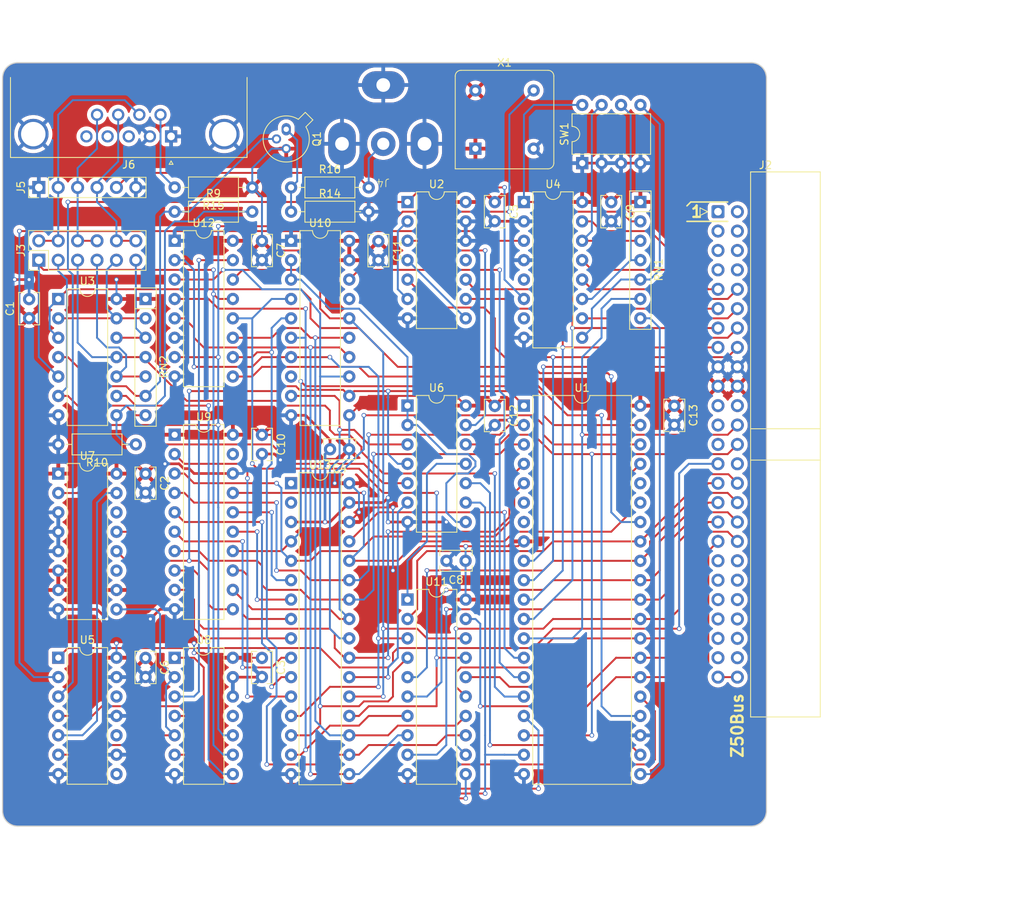
<source format=kicad_pcb>
(kicad_pcb (version 20221018) (generator pcbnew)
  (title_block (title "Z50Bus compatible I/O Card") (date "2018-06-14") (rev "4") (company "LiNC"))
  (layers (0 "F.Cu" signal) (31 "B.Cu" signal) (34 "B.Paste" user) (35 "F.Paste" user) (36 "B.SilkS" user "B.Silkscreen") (37 "F.SilkS" user "F.Silkscreen") (38 "B.Mask" user) (39 "F.Mask" user) (44 "Edge.Cuts" user))
  (net 0 "")
  (net 1 "GND")
  (net 2 "+5V")
  (net 3 "/DAD1")
  (net 4 "/DAD6")
  (net 5 "A7")
  (net 6 "A6")
  (net 7 "A5")
  (net 8 "A4")
  (net 9 "A3")
  (net 10 "A2")
  (net 11 "A1")
  (net 12 "A0")
  (net 13 "D1")
  (net 14 "D0")
  (net 15 "D3")
  (net 16 "D2")
  (net 17 "D5")
  (net 18 "D4")
  (net 19 "D7")
  (net 20 "D6")
  (net 21 "/~{CAS}")
  (net 22 "/DAD3")
  (net 23 "/DAD2")
  (net 24 "/DAD4")
  (net 25 "/DAD5")
  (net 26 "/DAD0")
  (net 38 "~{INT}")
  (net 40 "~{WR}")
  (net 41 "~{IOREQ}")
  (net 55 "Net-(J2-Pin_49)")
  (net 56 "Net-(J3-Pin_1)")
  (net 57 "/HS")
  (net 58 "Net-(J3-Pin_3)")
  (net 59 "Net-(J3-Pin_5)")
  (net 60 "/VS")
  (net 61 "Net-(J3-Pin_7)")
  (net 62 "Net-(J3-Pin_9)")
  (net 63 "/VI")
  (net 64 "Net-(J3-Pin_11)")
  (net 65 "/BAS")
  (net 66 "Net-(Q1-E)")
  (net 67 "Net-(Q1-B)")
  (net 68 "Net-(U10-Cp)")
  (net 71 "Net-(U10-Ds7)")
  (net 72 "Net-(U1A-~{E})")
  (net 73 "Net-(U1A-~{MFREE})")
  (net 74 "Net-(U1A-~{ALL})")
  (net 75 "Net-(U12-Clr)")
  (net 76 "Net-(U1A-BLK)")
  (net 77 "Net-(U1A-SYNC)")
  (net 79 "Net-(U2-Pad3)")
  (net 80 "Net-(U4-Oa=b)")
  (net 82 "Net-(U3-Pad9)")
  (net 83 "Net-(U4-Ia=b)")
  (net 86 "Net-(U7-TC)")
  (net 87 "Net-(U7-~{PE})")
  (net 90 "Net-(U10-OE1)")
  (net 91 "Net-(U7-Q1)")
  (net 92 "14M")
  (net 95 "Net-(U12-PE)")
  (net 96 "Net-(U11-Cp)")
  (net 101 "Net-(RN1A-R1.2)")
  (net 102 "Net-(RN1B-R2.2)")
  (net 103 "Net-(RN1C-R3.2)")
  (net 104 "Net-(RN1D-R4.2)")
  (net 105 "Net-(RN1F-R6.2)")
  (net 106 "Net-(U13-WR)")
  (net 107 "Net-(U10-Mr)")
  (net 108 "Net-(U13-A0)")
  (net 109 "Net-(U13-A1)")
  (net 110 "Net-(U13-A2)")
  (net 111 "Net-(U13-A3)")
  (net 112 "Net-(U13-A4)")
  (net 113 "Net-(U13-A5)")
  (net 114 "Net-(U13-A6)")
  (net 115 "Net-(U10-IO6)")
  (net 116 "Net-(U10-IO4)")
  (net 117 "Net-(U10-IO2)")
  (net 118 "Net-(U10-IO0)")
  (net 119 "Net-(U10-IO1)")
  (net 120 "Net-(U10-IO3)")
  (net 121 "Net-(U10-IO5)")
  (net 122 "Net-(U10-IO7)")
  (net 123 "Net-(U2-Pad2)")
  (net 124 "Net-(U2-Pad4)")
  (net 129 "Net-(U11-OE)")
  (net 130 "Net-(R10-Pad1)")
  (net 131 "Net-(J6-Pad6)")
  (footprint "Connector_IDC:IDC-Header_2x25_P2.54mm_Horizontal" (layer "F.Cu") (at 196.85 57.15)
    (fp_text reference "J2")
    (fp_text value "Z50Bus")
  )
  (footprint "Package_DIP:DIP-14_W7.62mm" (layer "F.Cu") (at 156.21 55.88)
    (fp_text reference "U2")
    (fp_text value "74LS08")
  )
  (footprint "Capacitor_THT:C_Rect_L4.0mm_W2.5mm_P2.50mm" (layer "F.Cu") (at 182.88 55.9 -90)
    (fp_text reference "C9")
    (fp_text value "100n")
  )
  (footprint "Resistor_THT:R_Axial_DIN0207_L6.3mm_D2.5mm_P10.16mm_Horizontal" (layer "F.Cu") (at 125.73 57.15)
    (fp_text reference "R9")
    (fp_text value "150")
  )
  (footprint "Capacitor_THT:C_Rect_L4.0mm_W2.5mm_P2.50mm" (layer "F.Cu") (at 121.92 115.59 -90)
    (fp_text reference "C6")
    (fp_text value "100n")
  )
  (footprint "Connector_PinHeader_2.54mm:PinHeader_1x06_P2.54mm_Vertical" (layer "F.Cu") (at 107.95 53.975 90)
    (fp_text reference "J5")
    (fp_text value "Conn_01x06")
  )
  (footprint "Capacitor_THT:C_Rect_L4.0mm_W2.5mm_P2.50mm" (layer "F.Cu") (at 137.16 86.38 -90)
    (fp_text reference "C10")
    (fp_text value "100n")
  )
  (footprint "Resistor_THT:R_Axial_DIN0207_L6.3mm_D2.5mm_P10.16mm_Horizontal" (layer "F.Cu") (at 140.97 57.15)
    (fp_text reference "R14")
    (fp_text value "1k")
  )
  (footprint "Capacitor_THT:C_Rect_L4.0mm_W2.5mm_P2.50mm" (layer "F.Cu") (at 148.57 88.265 180)
    (fp_text reference "C4")
    (fp_text value "100n")
  )
  (footprint "Package_DIP:DIP-16_W7.62mm" (layer "F.Cu") (at 110.5 91.455)
    (fp_text reference "U7")
    (fp_text value "74LS163")
  )
  (footprint "Package_DIP:DIP-8_W7.62mm" (layer "F.Cu") (at 179.08 50.79 90)
    (fp_text reference "SW1")
    (fp_text value "SW_DIP_x04")
  )
  (footprint "Oscillator:Oscillator_DIP-8" (layer "F.Cu") (at 165.1 48.895)
    (fp_text reference "X1")
    (fp_text value "14 MHz")
  )
  (footprint "Package_TO_SOT_THT:TO-18-3" (layer "F.Cu") (at 140.335 46.355 -90)
    (fp_text reference "Q1")
    (fp_text value "BC107")
  )
  (footprint "Connector_PinHeader_2.54mm:PinHeader_2x06_P2.54mm_Vertical" (layer "F.Cu") (at 107.95 63.5 90)
    (fp_text reference "J3")
    (fp_text value "Conn_02x06_Odd_Even")
  )
  (footprint "Capacitor_THT:C_Rect_L4.0mm_W2.5mm_P2.50mm" (layer "F.Cu") (at 137.16 60.98 -90)
    (fp_text reference "C7")
    (fp_text value "100n")
  )
  (footprint "Package_DIP:DIP-14_W7.62mm" (layer "F.Cu") (at 110.5 68.58)
    (fp_text reference "U3")
    (fp_text value "74LS05")
  )
  (footprint "Package_DIP:DIP-14_W7.62mm" (layer "F.Cu") (at 156.21 82.55)
    (fp_text reference "U6")
    (fp_text value "74LS00")
  )
  (footprint "Resistor_THT:R_Axial_DIN0207_L6.3mm_D2.5mm_P10.16mm_Horizontal" (layer "F.Cu") (at 120.65 87.63 180)
    (fp_text reference "R10")
    (fp_text value "470")
  )
  (footprint "Package_DIP:DIP-20_W7.62mm" (layer "F.Cu") (at 140.97 60.96)
    (fp_text reference "U10")
    (fp_text value "74LS299")
  )
  (footprint "Package_DIP:DIP-32_W7.62mm" (layer "F.Cu") (at 140.97 92.71)
    (fp_text reference "U13")
    (fp_text value "UM61512A")
  )
  (footprint "Z50-GDP:RCA_C160_Horizontal" (layer "F.Cu") (at 153.035 48.26 180)
    (fp_text reference "J4")
    (fp_text value "Conn_Coaxial")
  )
  (footprint "Package_DIP:DIP-16_W7.62mm" (layer "F.Cu") (at 125.73 60.96)
    (fp_text reference "U12")
    (fp_text value "74LS166")
  )
  (footprint "Package_DIP:DIP-40_W15.24mm" (layer "F.Cu") (at 171.445 82.555)
    (fp_text reference "U1")
    (fp_text value "EF9366")
  )
  (footprint "Capacitor_THT:C_Rect_L4.0mm_W2.5mm_P2.50mm" (layer "F.Cu") (at 191.135 82.57 -90)
    (fp_text reference "C13")
    (fp_text value "100n")
  )
  (footprint "Capacitor_THT:C_Rect_L4.0mm_W2.5mm_P2.50mm" (layer "F.Cu") (at 167.64 55.9 -90)
    (fp_text reference "C5")
    (fp_text value "100n")
  )
  (footprint "Capacitor_THT:C_Rect_L4.0mm_W2.5mm_P2.50mm" (layer "F.Cu") (at 167.64 82.59 -90)
    (fp_text reference "C12")
    (fp_text value "100n")
  )
  (footprint "Resistor_THT:R_Array_SIP7" (layer "F.Cu") (at 186.69 55.875 -90)
    (fp_text reference "RN1")
    (fp_text value "1k")
  )
  (footprint "Capacitor_THT:C_Rect_L4.0mm_W2.5mm_P2.50mm" (layer "F.Cu") (at 152.4 61 -90)
    (fp_text reference "C11")
    (fp_text value "100n")
  )
  (footprint "Package_DIP:DIP-16_W7.62mm" (layer "F.Cu") (at 171.45 55.88)
    (fp_text reference "U4")
    (fp_text value "74LS85")
  )
  (footprint "Package_DIP:DIP-20_W7.62mm" (layer "F.Cu") (at 156.21 107.95)
    (fp_text reference "U11")
    (fp_text value "74LS374")
  )
  (footprint "Capacitor_THT:C_Rect_L4.0mm_W2.5mm_P2.50mm" (layer "F.Cu") (at 137.16 115.59 -90)
    (fp_text reference "C3")
    (fp_text value "100n")
  )
  (footprint "Package_DIP:DIP-14_W7.62mm" (layer "F.Cu") (at 110.5 115.565)
    (fp_text reference "U5")
    (fp_text value "74LS04")
  )
  (footprint "Connector_Dsub:DSUB-9_Male_Horizontal_P2.77x2.84mm_EdgePinOffset4.94mm_Housed_MountingHolesOffset7.48mm" (layer "F.Cu") (at 125.265 47.29 180)
    (fp_text reference "J6")
    (fp_text value "DE9_Plug_MountingHoles")
  )
  (footprint "Capacitor_THT:C_Rect_L4.0mm_W2.5mm_P2.50mm" (layer "F.Cu") (at 106.68 71.1 90)
    (fp_text reference "C1")
    (fp_text value "100n")
  )
  (footprint "Resistor_THT:R_Axial_DIN0207_L6.3mm_D2.5mm_P10.16mm_Horizontal" (layer "F.Cu") (at 140.97 53.975)
    (fp_text reference "R16")
    (fp_text value "75")
  )
  (footprint "Capacitor_THT:C_Rect_L4.0mm_W2.5mm_P2.50mm" (layer "F.Cu") (at 121.92 91.46 -90)
    (fp_text reference "C2")
    (fp_text value "100n")
  )
  (footprint "Resistor_THT:R_Array_SIP7" (layer "F.Cu") (at 121.92 68.575 -90)
    (fp_text reference "RN2")
    (fp_text value "470")
  )
  (footprint "Package_DIP:DIP-20_W7.62mm" (layer "F.Cu") (at 125.73 86.36)
    (fp_text reference "U9")
    (fp_text value "74LS273")
  )
  (footprint "Capacitor_THT:C_Rect_L4.0mm_W2.5mm_P2.50mm" (layer "F.Cu") (at 163.81 102.87 180)
    (fp_text reference "C8")
    (fp_text value "100n")
  )
  (footprint "Package_DIP:DIP-14_W7.62mm" (layer "F.Cu") (at 125.73 115.57)
    (fp_text reference "U8")
    (fp_text value "74LS32")
  )
  (footprint "Resistor_THT:R_Axial_DIN0207_L6.3mm_D2.5mm_P10.16mm_Horizontal" (layer "F.Cu") (at 135.89 53.975 180)
    (fp_text reference "R15")
    (fp_text value "220")
  )
  (gr_line (start 198.12 58.42) (end 192.786 58.42) (stroke (width 0.2)) (layer "F.SilkS"))
  (gr_line (start 193.294 55.88) (end 192.786 56.388) (stroke (width 0.2)) (layer "F.SilkS"))
  (gr_line (start 198.12 55.88) (end 193.294 55.88) (stroke (width 0.2)) (layer "F.SilkS"))
  (gr_line (start 201.2 137.63) (end 105.2 137.63) (stroke (width 0.15)) (layer "Edge.Cuts"))
  (gr_arc (start 103.2 39.63) (mid 103.785786 38.215786) (end 105.2 37.63) (stroke (width 0.15)) (layer "Edge.Cuts"))
  (gr_arc (start 203.2 135.63) (mid 202.614214 137.044214) (end 201.2 137.63) (stroke (width 0.15)) (layer "Edge.Cuts"))
  (gr_line (start 105.2 37.63) (end 201.2 37.63) (stroke (width 0.15)) (layer "Edge.Cuts"))
  (gr_arc (start 201.2 37.63) (mid 202.614214 38.215786) (end 203.2 39.63) (stroke (width 0.15)) (layer "Edge.Cuts"))
  (gr_line (start 203.2 39.63) (end 203.2 135.63) (stroke (width 0.15)) (layer "Edge.Cuts"))
  (gr_arc (start 105.2 137.63) (mid 103.785786 137.044214) (end 103.2 135.63) (stroke (width 0.15)) (layer "Edge.Cuts"))
  (gr_line (start 103.2 135.63) (end 103.2 39.63) (stroke (width 0.15)) (layer "Edge.Cuts"))
  (gr_text "Z50Bus" (at 199.39 124.46 90) (layer "F.SilkS") (effects (font (size 1.5 1.5) (thickness 0.3))))
  (gr_text "1" (at 194.056 57.15) (layer "F.SilkS") (effects (font (size 1.5 1.5) (thickness 0.3))))
  (segment (start 146.05 97.79) (end 148.59 95.25) (width 0.35) (layer "F.Cu") (net 1))
  (segment (start 110.5 109.235) (end 115.585 109.235) (width 0.35) (layer "F.Cu") (net 1))
  (segment (start 156.21 97.79) (end 161.29 97.79) (width 0.35) (layer "F.Cu") (net 1))
  (segment (start 142.875 83.82) (end 140.97 83.82) (width 0.35) (layer "F.Cu") (net 1))
  (segment (start 137.14 118.11) (end 137.16 118.09) (width 0.35) (layer "F.Cu") (net 1))
  (segment (start 168.275 84.455) (end 169.545 84.455) (width 0.35) (layer "F.Cu") (net 1))
  (segment (start 137.16 88.88) (end 138.796822 88.88) (width 0.35) (layer "F.Cu") (net 1))
  (segment (start 133.35 118.11) (end 137.14 118.11) (width 0.35) (layer "F.Cu") (net 1))
  (segment (start 115.585 109.235) (end 116.84 110.49) (width 0.35) (layer "F.Cu") (net 1))
  (segment (start 125.73 109.22) (end 123.825 109.22) (width 0.35) (layer "F.Cu") (net 1))
  (segment (start 153.67 94.615) (end 153.035 95.25) (width 0.35) (layer "F.Cu") (net 1))
  (segment (start 146.07 87.015) (end 142.875 83.82) (width 0.35) (layer "F.Cu") (net 1))
  (segment (start 123.825 109.22) (end 122.555 110.49) (width 0.35) (layer "F.Cu") (net 1))
  (segment (start 126.292894 90.17) (end 124.46 90.17) (width 0.35) (layer "F.Cu") (net 1))
  (segment (start 171.43 58.4) (end 171.45 58.42) (width 0.35) (layer "F.Cu") (net 1))
  (segment (start 167.64 85.09) (end 168.275 84.455) (width 0.35) (layer "F.Cu") (net 1))
  (segment (start 138.796822 88.88) (end 139.575911 89.659089) (width 0.35) (layer "F.Cu") (net 1))
  (segment (start 179.08 50.79) (end 181.62 50.79) (width 0.35) (layer "F.Cu") (net 1))
  (segment (start 140.97 97.79) (end 145.415 97.79) (width 0.35) (layer "F.Cu") (net 1))
  (segment (start 156.21 97.79) (end 153.67 97.79) (width 0.35) (layer "F.Cu") (net 1))
  (segment (start 167.64 58.4) (end 171.43 58.4) (width 0.35) (layer "F.Cu") (net 1))
  (segment (start 184.16 50.79) (end 186.7 50.79) (width 0.35) (layer "F.Cu") (net 1))
  (segment (start 153.035 95.25) (end 148.59 95.25) (width 0.35) (layer "F.Cu") (net 1))
  (segment (start 181.62 50.79) (end 184.16 50.79) (width 0.35) (layer "F.Cu") (net 1))
  (segment (start 133.35 91.44) (end 128.27 91.44) (width 0.35) (layer "F.Cu") (net 1))
  (segment (start 126.927894 90.805) (end 126.292894 90.17) (width 0.35) (layer "F.Cu") (net 1))
  (segment (start 127.635 90.805) (end 126.927894 90.805) (width 0.35) (layer "F.Cu") (net 1))
  (segment (start 145.415 97.79) (end 146.05 97.79) (width 0.35) (layer "F.Cu") (net 1))
  (segment (start 106.68 66.04) (end 104.775 66.04) (width 0.35) (layer "F.Cu") (net 1))
  (segment (start 128.27 91.44) (end 127.635 90.805) (width 0.35) (layer "F.Cu") (net 1))
  (segment (start 146.07 88.265) (end 146.07 87.015) (width 0.35) (layer "F.Cu") (net 1))
  (via (at 104.775 66.04) (size 0.6) (drill 0.4) (layers "F.Cu" "B.Cu") (net 1))
  (via (at 161.29 97.79) (size 0.6) (drill 0.4) (layers "F.Cu" "B.Cu") (net 1))
  (via (at 124.46 90.17) (size 0.6) (drill 0.4) (layers "F.Cu" "B.Cu") (net 1))
  (via (at 169.545 84.455) (size 0.6) (drill 0.4) (layers "F.Cu" "B.Cu") (net 1))
  (via (at 153.67 97.79) (size 0.6) (drill 0.4) (layers "F.Cu" "B.Cu") (net 1))
  (via (at 139.575911 89.659089) (size 0.6) (drill 0.4) (layers "F.Cu" "B.Cu") (net 1))
  (via (at 145.415 97.79) (size 0.6) (drill 0.4) (layers "F.Cu" "B.Cu") (net 1))
  (via (at 122.555 110.49) (size 0.6) (drill 0.4) (layers "F.Cu" "B.Cu") (net 1))
  (via (at 106.68 66.04) (size 0.6) (drill 0.4) (layers "F.Cu" "B.Cu") (net 1))
  (via (at 116.84 110.49) (size 0.6) (drill 0.4) (layers "F.Cu" "B.Cu") (net 1))
  (via (at 153.67 94.615) (size 0.6) (drill 0.4) (layers "F.Cu" "B.Cu") (net 1))
  (segment (start 145.415 88.92) (end 145.415 97.79) (width 0.35) (layer "B.Cu") (net 1))
  (segment (start 146.07 88.265) (end 145.415 88.92) (width 0.35) (layer "B.Cu") (net 1))
  (segment (start 135.255 90.805) (end 136.525 90.805) (width 0.35) (layer "B.Cu") (net 1))
  (segment (start 137.16 90.17) (end 137.16 88.88) (width 0.35) (layer "B.Cu") (net 1))
  (segment (start 153.63 97.75) (end 153.67 97.79) (width 0.35) (layer "B.Cu") (net 1))
  (segment (start 106.68 66.04) (end 106.68 68.6) (width 0.35) (layer "B.Cu") (net 1))
  (segment (start 133.35 91.44) (end 134.62 91.44) (width 0.35) (layer "B.Cu") (net 1))
  (segment (start 153.63 94.655) (end 153.63 97.75) (width 0.35) (layer "B.Cu") (net 1))
  (segment (start 134.62 91.44) (end 135.255 90.805) (width 0.35) (layer "B.Cu") (net 1))
  (segment (start 136.525 90.805) (end 137.16 90.17) (width 0.35) (layer "B.Cu") (net 1))
  (segment (start 153.67 94.615) (end 153.63 94.655) (width 0.35) (layer "B.Cu") (net 1))
  (segment (start 150.495 95.885) (end 154.305 95.885) (width 0.25) (layer "F.Cu") (net 2))
  (segment (start 182.86 55.88) (end 182.88 55.9) (width 0.25) (layer "F.Cu") (net 2))
  (segment (start 148.59 92.71) (end 146.685 92.71) (width 0.25) (layer "F.Cu") (net 2))
  (segment (start 158.115 100.965) (end 170.645001 100.965) (width 0.25) (layer "F.Cu") (net 2))
  (segment (start 163.85 55.9) (end 163.83 55.88) (width 0.25) (layer "F.Cu") (net 2))
  (segment (start 162.56 81.28) (end 163.83 82.55) (width 0.25) (layer "F.Cu") (net 2))
  (segment (start 138.45 86.38) (end 137.16 86.38) (width 0.25) (layer "F.Cu") (net 2))
  (segment (start 144.145 63.5) (end 148.59 63.5) (width 0.25) (layer "F.Cu") (net 2))
  (segment (start 167.62 55.88) (end 167.64 55.9) (width 0.25) (layer "F.Cu") (net 2))
  (segment (start 137.14 115.57) (end 137.16 115.59) (width 0.25) (layer "F.Cu") (net 2))
  (segment (start 154.305 104.14) (end 154.94 104.14) (width 0.25) (layer "F.Cu") (net 2))
  (segment (start 142.875 62.23) (end 144.145 63.5) (width 0.25) (layer "F.Cu") (net 2))
  (segment (start 137.16 60.98) (end 138.41 62.23) (width 0.25) (layer "F.Cu") (net 2))
  (segment (start 129.54 114.935) (end 128.27 114.935) (width 0.25) (layer "F.Cu") (net 2))
  (segment (start 138.41 62.23) (end 142.875 62.23) (width 0.25) (layer "F.Cu") (net 2))
  (segment (start 130.175 115.57) (end 133.35 115.57) (width 0.25) (layer "F.Cu") (net 2))
  (segment (start 148.59 97.79) (end 149.86 96.52) (width 0.25) (layer "F.Cu") (net 2))
  (segment (start 147.32 89.535) (end 141.605 89.535) (width 0.25) (layer "F.Cu") (net 2))
  (segment (start 154.94 104.14) (end 158.115 100.965) (width 0.25) (layer "F.Cu") (net 2))
  (segment (start 141.605 89.535) (end 138.45 86.38) (width 0.25) (layer "F.Cu") (net 2))
  (segment (start 191.12 82.555) (end 191.135 82.57) (width 0.25) (layer "F.Cu") (net 2))
  (segment (start 147.32 89.515) (end 147.32 89.535) (width 0.25) (layer "F.Cu") (net 2))
  (segment (start 151.13 81.28) (end 162.56 81.28) (width 0.25) (layer "F.Cu") (net 2))
  (segment (start 148.57 88.265) (end 147.32 89.515) (width 0.25) (layer "F.Cu") (net 2))
  (segment (start 129.54 114.935) (end 130.175 115.57) (width 0.25) (layer "F.Cu") (net 2))
  (segment (start 133.35 115.57) (end 137.14 115.57) (width 0.25) (layer "F.Cu") (net 2))
  (segment (start 149.86 96.52) (end 150.495 95.885) (width 0.25) (layer "F.Cu") (net 2))
  (segment (start 137.794302 86.360698) (end 137.795 86.36) (width 0.25) (layer "F.Cu") (net 2))
  (segment (start 148.59 83.82) (end 151.13 81.28) (width 0.25) (layer "F.Cu") (net 2))
  (segment (start 170.645001 100.965) (end 171.445 100.335) (width 0.25) (layer "F.Cu") (net 2))
  (via (at 128.27 113.665) (size 0.6) (drill 0.4) (layers "F.Cu" "B.Cu") (net 2))
  (via (at 118.11 113.665) (size 0.6) (drill 0.4) (layers "F.Cu" "B.Cu") (net 2))
  (via (at 154.305 95.885) (size 0.6) (drill 0.4) (layers "F.Cu" "B.Cu") (net 2))
  (via (at 154.305 104.14) (size 0.6) (drill 0.4) (layers "F.Cu" "B.Cu") (net 2))
  (via (at 163.83 100.9755) (size 0.6) (drill 0.4) (layers "F.Cu" "B.Cu") (net 2))
  (via (at 149.86 96.52) (size 0.6) (drill 0.4) (layers "F.Cu" "B.Cu") (net 2))
  (via (at 146.685 92.71) (size 0.6) (drill 0.4) (layers "F.Cu" "B.Cu") (net 2))
  (via (at 128.27 114.935) (size 0.6) (drill 0.4) (layers "F.Cu" "B.Cu") (net 2))
  (via (at 118.11 66.04) (size 0.6) (drill 0.4) (layers "F.Cu" "B.Cu") (net 2))
  (segment (start 135.89 53.975) (end 135.89 51.435) (width 0.25) (layer "B.Cu") (net 2))
  (segment (start 118.12 68.58) (end 118.12 66.05) (width 0.25) (layer "B.Cu") (net 2))
  (segment (start 137.16 60.98) (end 137.16 55.245) (width 0.25) (layer "B.Cu") (net 2))
  (segment (start 148.59 88.245) (end 148.57 88.265) (width 0.25) (layer "B.Cu") (net 2))
  (segment (start 149.86 93.98) (end 149.86 96.52) (width 0.25) (layer "B.Cu") (net 2))
  (segment (start 135.89 51.435) (end 138.43 48.895) (width 0.25) (layer "B.Cu") (net 2))
  (segment (start 163.81 102.87) (end 163.81 107.93) (width 0.25) (layer "B.Cu") (net 2))
  (segment (start 148.59 92.71) (end 149.86 93.98) (width 0.25) (layer "B.Cu") (net 2))
  (segment (start 146.685 92.71) (end 146.685 91.28137) (width 0.25) (layer "B.Cu") (net 2))
  (segment (start 148.59 83.82) (end 148.59 88.245) (width 0.25) (layer "B.Cu") (net 2))
  (segment (start 154.305 104.14) (end 154.305 95.885) (width 0.25) (layer "B.Cu") (net 2))
  (segment (start 163.81 100.9955) (end 163.83 100.9755) (width 0.25) (layer "B.Cu") (net 2))
  (segment (start 118.12 115.565) (end 118.12 113.675) (width 0.25) (layer "B.Cu") (net 2))
  (segment (start 137.16 55.245) (end 135.89 53.975) (width 0.25) (layer "B.Cu") (net 2))
  (segment (start 148.57 89.39637) (end 148.57 88.265) (width 0.25) (layer "B.Cu") (net 2))
  (segment (start 163.81 107.93) (end 163.83 107.95) (width 0.25) (layer "B.Cu") (net 2))
  (segment (start 147.955 90.01137) (end 148.57 89.39637) (width 0.25) (layer "B.Cu") (net 2))
  (segment (start 138.43 48.895) (end 140.335 48.895) (width 0.25) (layer "B.Cu") (net 2))
  (segment (start 118.12 66.05) (end 118.11 66.04) (width 0.25) (layer "B.Cu") (net 2))
  (segment (start 118.12 113.675) (end 118.11 113.665) (width 0.25) (layer "B.Cu") (net 2))
  (segment (start 128.27 114.935) (end 128.27 113.665) (width 0.25) (layer "B.Cu") (net 2))
  (segment (start 163.81 102.87) (end 163.81 100.9955) (width 0.25) (layer "B.Cu") (net 2))
  (segment (start 146.685 91.28137) (end 147.955 90.01137) (width 0.25) (layer "B.Cu") (net 2))
  (segment (start 173.99 83.82) (end 175.265 85.095) (width 0.25) (layer "F.Cu") (net 3))
  (segment (start 173.99 81.28) (end 173.99 83.82) (width 0.25) (layer "F.Cu") (net 3))
  (segment (start 172.72 80.01) (end 173.99 81.28) (width 0.25) (layer "F.Cu") (net 3))
  (segment (start 175.265 85.095) (end 186.685 85.095) (width 0.25) (layer "F.Cu") (net 3))
  (segment (start 142.875 80.01) (end 172.72 80.01) (width 0.25) (layer "F.Cu") (net 3))
  (segment (start 133.35 101.6) (end 139.7 101.6) (width 0.25) (layer "F.Cu") (net 3))
  (segment (start 139.7 101.6) (end 140.97 100.33) (width 0.25) (layer "F.Cu") (net 3))
  (segment (start 142.875 80.01) (end 142.24 79.375) (width 0.25) (layer "F.Cu") (net 3))
  (via (at 142.24 79.375) (size 0.6) (drill 0.4) (layers "F.Cu" "B.Cu") (net 3))
  (segment (start 142.24 79.375) (end 142.24 99.06) (width 0.25) (layer "B.Cu") (net 3))
  (segment (start 142.24 99.06) (end 140.97 100.33) (width 0.25) (layer "B.Cu") (net 3))
  (segment (start 149.86 101.6) (end 151.765 99.695) (width 0.25) (layer "F.Cu") (net 4))
  (segment (start 171.445 92.715) (end 170.18 93.98) (width 0.25) (layer "F.Cu") (net 4))
  (segment (start 167.826396 99.51) (end 170.18 97.156396) (width 0.25) (layer "F.Cu") (net 4))
  (segment (start 144.78 101.6) (end 149.86 101.6) (width 0.25) (layer "F.Cu") (net 4))
  (segment (start 140.97 102.87) (end 143.51 102.87) (width 0.25) (layer "F.Cu") (net 4))
  (segment (start 143.51 102.87) (end 144.78 101.6) (width 0.25) (layer "F.Cu") (net 4))
  (segment (start 167.64 99.695) (end 167.825 99.51) (width 0.25) (layer "F.Cu") (net 4))
  (segment (start 170.18 97.156396) (end 170.18 93.98) (width 0.25) (layer "F.Cu") (net 4))
  (segment (start 128.27 92.71) (end 127 91.44) (width 0.25) (layer "F.Cu") (net 4))
  (segment (start 127 91.44) (end 125.73 91.44) (width 0.25) (layer "F.Cu") (net 4))
  (segment (start 139.065 92.71) (end 128.27 92.71) (width 0.25) (layer "F.Cu") (net 4))
  (segment (start 167.825 99.51) (end 167.826396 99.51) (width 0.25) (layer "F.Cu") (net 4))
  (segment (start 151.765 99.695) (end 167.64 99.695) (width 0.25) (layer "F.Cu") (net 4))
  (via (at 139.065 92.71) (size 0.6) (drill 0.4) (layers "F.Cu" "B.Cu") (net 4))
  (segment (start 139.7 101.6) (end 140.97 102.87) (width 0.25) (layer "B.Cu") (net 4))
  (segment (start 139.065 92.71) (end 139.7 93.345) (width 0.25) (layer "B.Cu") (net 4))
  (segment (start 139.7 93.345) (end 139.7 101.6) (width 0.25) (layer "B.Cu") (net 4))
  (segment (start 195.58 67.31) (end 187.96 59.69) (width 0.25) (layer "F.Cu") (net 5))
  (segment (start 187.96 59.69) (end 181.61 59.69) (width 0.25) (layer "F.Cu") (net 5))
  (segment (start 196.85 67.31) (end 195.58 67.31) (width 0.25) (layer "F.Cu") (net 5))
  (segment (start 181.61 59.69) (end 180.34 58.42) (width 0.25) (layer "F.Cu") (net 5))
  (segment (start 180.34 58.42) (end 179.07 58.42) (width 0.25) (layer "F.Cu") (net 5))
  (segment (start 190.5 64.77) (end 180.34 64.77) (width 0.25) (layer "F.Cu") (net 6))
  (segment (start 194.31 68.58) (end 190.5 64.77) (width 0.25) (layer "F.Cu") (net 6))
  (segment (start 198.12 68.58) (end 194.31 68.58) (width 0.25) (layer "F.Cu") (net 6))
  (segment (start 199.39 67.31) (end 198.12 68.58) (width 0.25) (layer "F.Cu") (net 6))
  (segment (start 180.34 64.77) (end 179.07 63.5) (width 0.25) (layer "F.Cu") (net 6))
  (segment (start 196.85 69.85) (end 194.31 69.85) (width 0.25) (layer "F.Cu") (net 7))
  (segment (start 180.34 67.31) (end 179.07 66.04) (width 0.25) (layer "F.Cu") (net 7))
  (segment (start 191.77 67.31) (end 180.34 67.31) (width 0.25) (layer "F.Cu") (net 7))
  (segment (start 194.31 69.85) (end 191.77 67.31) (width 0.25) (layer "F.Cu") (net 7))
  (segment (start 185.42 69.85) (end 193.04 69.85) (width 0.25) (layer "F.Cu") (net 8))
  (segment (start 194.31 71.12) (end 193.04 69.85) (width 0.25) (layer "F.Cu") (net 8))
  (segment (start 199.39 69.85) (end 198.12 71.12) (width 0.25) (layer "F.Cu") (net 8))
  (segment (start 184.15 71.12) (end 179.07 71.12) (width 0.25) (layer "F.Cu") (net 8))
  (segment (start 198.12 71.12) (end 194.31 71.12) (width 0.25) (layer "F.Cu") (net 8))
  (segment (start 184.15 71.12) (end 185.42 69.85) (width 0.25) (layer "F.Cu") (net 8))
  (segment (start 177.165 67.31) (end 164.955 67.31) (width 0.25) (layer "F.Cu") (net 9))
  (segment (start 177.8 72.39) (end 177.8 67.945) (width 0.25) (layer "F.Cu") (net 9))
  (segment (start 177.8 67.945) (end 177.165 67.31) (width 0.25) (layer "F.Cu") (net 9))
  (segment (start 164.955 67.31) (end 163.83 66.04) (width 0.25) (layer "F.Cu") (net 9))
  (segment (start 196.85 72.39) (end 177.8 72.39) (width 0.25) (layer "F.Cu") (net 9))
  (via (at 177.8 72.39) (size 0.6) (drill 0.4) (layers "F.Cu" "B.Cu") (net 9))
  (segment (start 177.8 105.41) (end 177.8 72.39) (width 0.25) (layer "B.Cu") (net 9))
  (segment (start 171.445 110.495) (end 172.72 110.49) (width 0.25) (layer "B.Cu") (net 9))
  (segment (start 172.72 110.49) (end 177.8 105.41) (width 0.25) (layer "B.Cu") (net 9))
  (segment (start 193.04 73.66) (end 198.12 73.66) (width 0.25) (layer "F.Cu") (net 10))
  (segment (start 176.53 70.485) (end 176.53 74.93) (width 0.25) (layer "F.Cu") (net 10))
  (segment (start 175.895 69.85) (end 176.53 70.485) (width 0.25) (layer "F.Cu") (net 10))
  (segment (start 168.91 68.58) (end 170.18 69.85) (width 0.25) (layer "F.Cu") (net 10))
  (segment (start 198.12 73.66) (end 199.39 72.39) (width 0.25) (layer "F.Cu") (net 10))
  (segment (start 163.83 68.58) (end 168.91 68.58) (width 0.25) (layer "F.Cu") (net 10))
  (segment (start 176.53 74.93) (end 191.77 74.93) (width 0.25) (layer "F.Cu") (net 10))
  (segment (start 170.18 69.85) (end 175.895 69.85) (width 0.25) (layer "F.Cu") (net 10))
  (segment (start 191.77 74.93) (end 193.04 73.66) (width 0.25) (layer "F.Cu") (net 10))
  (via (at 176.53 74.93) (size 0.6) (drill 0.4) (layers "F.Cu" "B.Cu") (net 10))
  (segment (start 176.53 104.14) (end 172.72 107.95) (width 0.25) (layer "B.Cu") (net 10))
  (segment (start 172.72 107.95) (end 171.445 107.955) (width 0.25) (layer "B.Cu") (net 10))
  (segment (start 176.53 74.93) (end 176.53 104.14) (width 0.25) (layer "B.Cu") (net 10))
  (segment (start 159.875 69.705) (end 156.21 66.04) (width 0.25) (layer "F.Cu") (net 11))
  (segment (start 168.91 76.2) (end 167.64 74.93) (width 0.25) (layer "F.Cu") (net 11))
  (segment (start 167.64 71.12) (end 166.225 69.705) (width 0.25) (layer "F.Cu") (net 11))
  (segment (start 167.64 74.93) (end 167.64 71.12) (width 0.25) (layer "F.Cu") (net 11))
  (segment (start 196.85 74.93) (end 193.04 74.93) (width 0.25) (layer "F.Cu") (net 11))
  (segment (start 193.04 74.93) (end 191.77 76.2) (width 0.25) (layer "F.Cu") (net 11))
  (segment (start 191.77 76.2) (end 168.91 76.2) (width 0.25) (layer "F.Cu") (net 11))
  (segment (start 166.225 69.705) (end 159.875 69.705) (width 0.25) (layer "F.Cu") (net 11))
  (via (at 175.26 76.2) (size 0.6) (drill 0.4) (layers "F.Cu" "B.Cu") (net 11))
  (segment (start 172.72 105.41) (end 171.445 105.415) (width 0.25) (layer "B.Cu") (net 11))
  (segment (start 175.26 76.2) (end 175.26 102.87) (width 0.25) (layer "B.Cu") (net 11))
  (segment (start 175.26 102.87) (end 172.72 105.41) (width 0.25) (layer "B.Cu") (net 11))
  (segment (start 173.99 77.47) (end 191.77 77.47) (width 0.25) (layer "F.Cu") (net 12))
  (segment (start 198.12 76.2) (end 199.39 74.93) (width 0.25) (layer "F.Cu") (net 12))
  (segment (start 193.04 76.2) (end 198.12 76.2) (width 0.25) (layer "F.Cu") (net 12))
  (segment (start 191.77 77.47) (end 193.04 76.2) (width 0.25) (layer "F.Cu") (net 12))
  (via (at 173.99 77.47) (size 0.6) (drill 0.4) (layers "F.Cu" "B.Cu") (net 12))
  (segment (start 173.99 77.47) (end 173.99 101.6) (width 0.25) (layer "B.Cu") (net 12))
  (segment (start 173.99 101.6) (end 172.72 102.87) (width 0.25) (layer "B.Cu") (net 12))
  (segment (start 172.72 102.87) (end 171.445 102.875) (width 0.25) (layer "B.Cu") (net 12))
  (segment (start 195.58 92.71) (end 196.85 92.71) (width 0.25) (layer "F.Cu") (net 13))
  (segment (start 186.685 102.875) (end 187.96 101.6) (width 0.25) (layer "F.Cu") (net 13))
  (segment (start 175.255 102.875) (end 186.685 102.875) (width 0.25) (layer "F.Cu") (net 13))
  (segment (start 158.75 104.14) (end 173.99 104.14) (width 0.25) (layer "F.Cu") (net 13))
  (segment (start 173.99 104.14) (end 175.255 102.875) (width 0.25) (layer "F.Cu") (net 13))
  (segment (start 187.96 100.33) (end 195.58 92.71) (width 0.25) (layer "F.Cu") (net 13))
  (segment (start 187.96 101.6) (end 187.96 100.33) (width 0.25) (layer "F.Cu") (net 13))
  (via (at 158.75 104.14) (size 0.6) (drill 0.4) (layers "F.Cu" "B.Cu") (net 13))
  (segment (start 157.48 118.11) (end 158.75 116.84) (width 0.25) (layer "B.Cu") (net 13))
  (segment (start 156.21 118.11) (end 157.48 118.11) (width 0.25) (layer "B.Cu") (net 13))
  (segment (start 158.75 116.84) (end 158.75 104.14) (width 0.25) (layer "B.Cu") (net 13))
  (segment (start 157.48 109.22) (end 156.21 110.49) (width 0.25) (layer "F.Cu") (net 14))
  (segment (start 186.685 100.335) (end 195.485 91.535) (width 0.25) (layer "F.Cu") (net 14))
  (segment (start 158.75 101.6) (end 157.48 102.87) (width 0.25) (layer "F.Cu") (net 14))
  (segment (start 186.685 100.335) (end 175.255 100.335) (width 0.25) (layer "F.Cu") (net 14))
  (segment (start 157.48 102.87) (end 157.48 109.22) (width 0.25) (layer "F.Cu") (net 14))
  (segment (start 195.485 91.535) (end 198.215 91.535) (width 0.25) (layer "F.Cu") (net 14))
  (segment (start 198.215 91.535) (end 199.39 92.71) (width 0.25) (layer "F.Cu") (net 14))
  (segment (start 175.255 100.335) (end 173.99 101.6) (width 0.25) (layer "F.Cu") (net 14))
  (segment (start 173.99 101.6) (end 158.75 101.6) (width 0.25) (layer "F.Cu") (net 14))
  (segment (start 196.85 95.25) (end 195.58 95.25) (width 0.25) (layer "F.Cu") (net 15))
  (segment (start 195.58 95.25) (end 190.5 100.33) (width 0.25) (layer "F.Cu") (net 15))
  (segment (start 175.255 107.955) (end 173.99 109.22) (width 0.25) (layer "F.Cu") (net 15))
  (segment (start 190.5 106.68) (end 189.23 107.95) (width 0.25) (layer "F.Cu") (net 15))
  (segment (start 187.955 107.955) (end 187.96 107.95) (width 0.25) (layer "F.Cu") (net 15))
  (segment (start 189.23 107.95) (end 187.96 107.95) (width 0.25) (layer "F.Cu") (net 15))
  (segment (start 190.5 100.33) (end 190.5 106.68) (width 0.25) (layer "F.Cu") (net 15))
  (segment (start 186.685 107.955) (end 187.955 107.955) (width 0.25) (layer "F.Cu") (net 15))
  (segment (start 186.685 107.955) (end 175.255 107.955) (width 0.25) (layer "F.Cu") (net 15))
  (segment (start 173.99 109.22) (end 161.29 109.22) (width 0.25) (layer "F.Cu") (net 15))
  (via (at 161.29 109.22) (size 0.6) (drill 0.4) (layers "F.Cu" "B.Cu") (net 15))
  (segment (start 160.02 128.27) (end 161.29 127) (width 0.25) (layer "B.Cu") (net 15))
  (segment (start 161.29 127) (end 161.29 109.22) (width 0.25) (layer "B.Cu") (net 15))
  (segment (start 156.21 128.27) (end 160.02 128.27) (width 0.25) (layer "B.Cu") (net 15))
  (segment (start 195.58 93.98) (end 189.23 100.33) (width 0.25) (layer "F.Cu") (net 16))
  (segment (start 199.39 95.25) (end 198.12 93.98) (width 0.25) (layer "F.Cu") (net 16))
  (segment (start 189.23 104.14) (end 187.955 105.415) (width 0.25) (layer "F.Cu") (net 16))
  (segment (start 189.23 100.33) (end 189.23 104.14) (width 0.25) (layer "F.Cu") (net 16))
  (segment (start 173.99 106.68) (end 161.29 106.68) (width 0.25) (layer "F.Cu") (net 16))
  (segment (start 175.255 105.415) (end 173.99 106.68) (width 0.25) (layer "F.Cu") (net 16))
  (segment (start 198.12 93.98) (end 195.58 93.98) (width 0.25) (layer "F.Cu") (net 16))
  (segment (start 186.685 105.415) (end 175.255 105.415) (width 0.25) (layer "F.Cu") (net 16))
  (segment (start 187.955 105.415) (end 186.685 105.415) (width 0.25) (layer "F.Cu") (net 16))
  (via (at 161.29 106.68) (size 0.6) (drill 0.4) (layers "F.Cu" "B.Cu") (net 16))
  (segment (start 160.655 118.745) (end 160.655 107.315) (width 0.25) (layer "B.Cu") (net 16))
  (segment (start 156.21 120.65) (end 158.75 120.65) (width 0.25) (layer "B.Cu") (net 16))
  (segment (start 160.655 107.315) (end 161.29 106.68) (width 0.25) (layer "B.Cu") (net 16))
  (segment (start 158.75 120.65) (end 160.655 118.745) (width 0.25) (layer "B.Cu") (net 16))
  (segment (start 162.56 117.475) (end 162.56 119.38) (width 0.25) (layer "F.Cu") (net 17))
  (segment (start 162.56 119.38) (end 163.83 120.65) (width 0.25) (layer "F.Cu") (net 17))
  (segment (start 186.685 113.035) (end 187.955 113.035) (width 0.25) (layer "F.Cu") (net 17))
  (segment (start 193.04 111.76) (end 193.04 100.33) (width 0.25) (layer "F.Cu") (net 17))
  (segment (start 195.58 97.79) (end 196.85 97.79) (width 0.25) (layer "F.Cu") (net 17))
  (segment (start 175.265 113.035) (end 175.26 113.03) (width 0.25) (layer "F.Cu") (net 17))
  (segment (start 173.99 114.3) (end 173.99 115.57) (width 0.25) (layer "F.Cu") (net 17))
  (segment (start 172.72 116.84) (end 163.195 116.84) (width 0.25) (layer "F.Cu") (net 17))
  (segment (start 186.685 113.035) (end 175.265 113.035) (width 0.25) (layer "F.Cu") (net 17))
  (segment (start 187.955 113.035) (end 187.96 113.03) (width 0.25) (layer "F.Cu") (net 17))
  (segment (start 163.195 116.84) (end 162.56 117.475) (width 0.25) (layer "F.Cu") (net 17))
  (segment (start 173.99 115.57) (end 172.72 116.84) (width 0.25) (layer "F.Cu") (net 17))
  (segment (start 175.26 113.03) (end 173.99 114.3) (width 0.25) (layer "F.Cu") (net 17))
  (segment (start 187.96 113.03) (end 191.77 113.03) (width 0.25) (layer "F.Cu") (net 17))
  (segment (start 193.04 100.33) (end 195.58 97.79) (width 0.25) (layer "F.Cu") (net 17))
  (segment (start 191.77 113.03) (end 193.04 111.76) (width 0.25) (layer "F.Cu") (net 17))
  (segment (start 187.955 110.495) (end 187.96 110.49) (width 0.25) (layer "F.Cu") (net 18))
  (segment (start 191.77 100.33) (end 191.77 109.22) (width 0.25) (layer "F.Cu") (net 18))
  (segment (start 198.12 96.52) (end 195.58 96.52) (width 0.25) (layer "F.Cu") (net 18))
  (segment (start 175.26 110.49) (end 175.265 110.495) (width 0.25) (layer "F.Cu") (net 18))
  (segment (start 162.56 111.76) (end 173.99 111.76) (width 0.25) (layer "F.Cu") (net 18))
  (segment (start 190.5 110.49) (end 187.96 110.49) (width 0.25) (layer "F.Cu") (net 18))
  (segment (start 195.58 96.52) (end 191.77 100.33) (width 0.25) (layer "F.Cu") (net 18))
  (segment (start 191.77 109.22) (end 190.5 110.49) (width 0.25) (layer "F.Cu") (net 18))
  (segment (start 173.99 111.76) (end 175.26 110.49) (width 0.25) (layer "F.Cu") (net 18))
  (segment (start 186.685 110.495) (end 187.955 110.495) (width 0.25) (layer "F.Cu") (net 18))
  (segment (start 175.265 110.495) (end 186.685 110.495) (width 0.25) (layer "F.Cu") (net 18))
  (segment (start 199.39 97.79) (end 198.12 96.52) (width 0.25) (layer "F.Cu") (net 18))
  (via (at 162.56 111.76) (size 0.6) (drill 0.4) (layers "F.Cu" "B.Cu") (net 18))
  (segment (start 162.56 127) (end 163.83 128.27) (width 0.25) (layer "B.Cu") (net 18))
  (segment (start 162.56 111.76) (end 162.56 127) (width 0.25) (layer "B.Cu") (net 18))
  (segment (start 195.58 116.84) (end 194.31 118.11) (width 0.25) (layer "F.Cu") (net 19))
  (segment (start 179.705 121.92) (end 165.735 121.92) (width 0.25) (layer "F.Cu") (net 19))
  (segment (start 183.51 118.115) (end 179.705 121.92) (width 0.25) (layer "F.Cu") (net 19))
  (segment (start 195.58 101.6) (end 195.58 116.84) (width 0.25) (layer "F.Cu") (net 19))
  (segment (start 196.85 100.33) (end 195.58 101.6) (width 0.25) (layer "F.Cu") (net 19))
  (segment (start 186.685 118.115) (end 187.955 118.115) (width 0.25) (layer "F.Cu") (net 19))
  (segment (start 187.955 118.115) (end 187.96 118.11) (width 0.25) (layer "F.Cu") (net 19))
  (segment (start 194.31 118.11) (end 187.96 118.11) (width 0.25) (layer "F.Cu") (net 19))
  (segment (start 186.685 118.115) (end 183.51 118.115) (width 0.25) (layer "F.Cu") (net 19))
  (via (at 165.735 121.92) (size 0.6) (drill 0.4) (layers "F.Cu" "B.Cu") (net 19))
  (segment (start 165.735 111.125) (end 165.1 110.49) (width 0.25) (layer "B.Cu") (net 19))
  (segment (start 165.1 110.49) (end 163.83 110.49) (width 0.25) (layer "B.Cu") (net 19))
  (segment (start 165.735 121.92) (end 165.735 111.125) (width 0.25) (layer "B.Cu") (net 19))
  (segment (start 193.04 115.57) (end 187.96 115.57) (width 0.25) (layer "F.Cu") (net 20))
  (segment (start 186.685 115.575) (end 187.955 115.575) (width 0.25) (layer "F.Cu") (net 20))
  (segment (start 194.31 114.3) (end 193.04 115.57) (width 0.25) (layer "F.Cu") (net 20))
  (segment (start 195.58 99.06) (end 194.31 100.33) (width 0.25) (layer "F.Cu") (net 20))
  (segment (start 199.39 100.33) (end 198.12 99.06) (width 0.25) (layer "F.Cu") (net 20))
  (segment (start 168.275 118.11) (end 169.545 119.38) (width 0.25) (layer "F.Cu") (net 20))
  (segment (start 169.545 119.38) (end 179.705 119.38) (width 0.25) (layer "F.Cu") (net 20))
  (segment (start 187.955 115.575) (end 187.96 115.57) (width 0.25) (layer "F.Cu") (net 20))
  (segment (start 198.12 99.06) (end 195.58 99.06) (width 0.25) (layer "F.Cu") (net 20))
  (segment (start 183.515 115.57) (end 183.52 115.575) (width 0.25) (layer "F.Cu") (net 20))
  (segment (start 179.705 119.38) (end 183.515 115.57) (width 0.25) (layer "F.Cu") (net 20))
  (segment (start 183.52 115.575) (end 186.685 115.575) (width 0.25) (layer "F.Cu") (net 20))
  (segment (start 163.83 118.11) (end 168.275 118.11) (width 0.25) (layer "F.Cu") (net 20))
  (segment (start 194.31 100.33) (end 194.31 114.3) (width 0.25) (layer "F.Cu") (net 20))
  (segment (start 153.67 118.11) (end 148.59 118.11) (width 0.25) (layer "F.Cu") (net 21))
  (via (at 153.67 118.11) (size 0.6) (drill 0.4) (layers "F.Cu" "B.Cu") (net 21))
  (segment (start 153.67 116.84) (end 153.67 118.11) (width 0.25) (layer "B.Cu") (net 21))
  (segment (start 154.94 115.57) (end 154.94 96.52) (width 0.25) (layer "B.Cu") (net 21))
  (segment (start 154.94 96.52) (end 156.21 95.25) (width 0.25) (layer "B.Cu") (net 21))
  (segment (start 154.94 115.57) (end 153.67 116.84) (width 0.25) (layer "B.Cu") (net 21))
  (segment (start 146.685 112.395) (end 146.685 114.3) (width 0.25) (layer "F.Cu") (net 22))
  (segment (start 128.27 104.14) (end 128.905 104.775) (width 0.25) (layer "F.Cu") (net 22))
  (segment (start 167.64 99.06) (end 153.67 99.06) (width 0.25) (layer "F.Cu") (net 22))
  (segment (start 169.545 92.075) (end 171.445 90.175) (width 0.25) (layer "F.Cu") (net 22))
  (segment (start 169.545 97.155) (end 169.545 92.075) (width 0.25) (layer "F.Cu") (net 22))
  (segment (start 125.73 104.14) (end 128.27 104.14) (width 0.25) (layer "F.Cu") (net 22))
  (segment (start 147.955 115.57) (end 148.59 115.57) (width 0.25) (layer "F.Cu") (net 22))
  (segment (start 128.905 104.775) (end 128.905 111.125) (width 0.25) (layer "F.Cu") (net 22))
  (segment (start 153.67 115.57) (end 148.59 115.57) (width 0.25) (layer "F.Cu") (net 22))
  (segment (start 128.905 111.125) (end 129.54 111.76) (width 0.25) (layer "F.Cu") (net 22))
  (segment (start 146.05 111.76) (end 146.685 112.395) (width 0.25) (layer "F.Cu") (net 22))
  (segment (start 167.64 99.06) (end 169.545 97.155) (width 0.25) (layer "F.Cu") (net 22))
  (segment (start 146.685 114.3) (end 147.955 115.57) (width 0.25) (layer "F.Cu") (net 22))
  (segment (start 129.54 111.76) (end 146.05 111.76) (width 0.25) (layer "F.Cu") (net 22))
  (via (at 153.67 115.57) (size 0.6) (drill 0.4) (layers "F.Cu" "B.Cu") (net 22))
  (via (at 153.67 99.06) (size 0.6) (drill 0.4) (layers "F.Cu" "B.Cu") (net 22))
  (segment (start 153.67 99.06) (end 153.67 114.3) (width 0.25) (layer "B.Cu") (net 22))
  (segment (start 153.67 114.3) (end 153.67 115.57) (width 0.25) (layer "B.Cu") (net 22))
  (segment (start 147.32 110.49) (end 148.59 110.49) (width 0.25) (layer "F.Cu") (net 23))
  (segment (start 134.62 104.14) (end 135.255 104.775) (width 0.25) (layer "F.Cu") (net 23))
  (segment (start 133.35 104.14) (end 134.62 104.14) (width 0.25) (layer "F.Cu") (net 23))
  (segment (start 175.265 87.635) (end 186.685 87.635) (width 0.25) (layer "F.Cu") (net 23))
  (segment (start 150.495 83.82) (end 151.13 83.82) (width 0.25) (layer "F.Cu") (net 23))
  (segment (start 172.72 83.82) (end 173.99 85.09) (width 0.25) (layer "F.Cu") (net 23))
  (segment (start 151.13 83.82) (end 172.72 83.82) (width 0.25) (layer "F.Cu") (net 23))
  (segment (start 173.99 85.09) (end 173.99 86.36) (width 0.25) (layer "F.Cu") (net 23))
  (segment (start 135.255 108.585) (end 135.89 109.22) (width 0.25) (layer "F.Cu") (net 23))
  (segment (start 135.89 109.22) (end 146.05 109.22) (width 0.25) (layer "F.Cu") (net 23))
  (segment (start 135.255 104.775) (end 135.255 108.585) (width 0.25) (layer "F.Cu") (net 23))
  (segment (start 146.05 109.22) (end 147.32 110.49) (width 0.25) (layer "F.Cu") (net 23))
  (segment (start 173.99 86.36) (end 175.265 87.635) (width 0.25) (layer "F.Cu") (net 23))
  (via (at 150.495 83.82) (size 0.6) (drill 0.4) (layers "F.Cu" "B.Cu") (net 23))
  (segment (start 147.32 91.44) (end 150.495 88.265) (width 0.25) (layer "B.Cu") (net 23))
  (segment (start 147.32 91.44) (end 147.32 109.22) (width 0.25) (layer "B.Cu") (net 23))
  (segment (start 150.495 88.265) (end 150.495 83.82) (width 0.25) (layer "B.Cu") (net 23))
  (segment (start 147.32 109.22) (end 148.59 110.49) (width 0.25) (layer "B.Cu") (net 23))
  (segment (start 136.525 102.87) (end 137.16 103.505) (width 0.25) (layer "F.Cu") (net 24))
  (segment (start 137.16 106.045) (end 137.795 106.68) (width 0.25) (layer "F.Cu") (net 24))
  (segment (start 168.275 88.9) (end 169.545 87.63) (width 0.25) (layer "F.Cu") (net 24))
  (segment (start 137.795 106.68) (end 142.24 106.68) (width 0.25) (layer "F.Cu") (net 24))
  (segment (start 137.16 103.505) (end 137.16 106.045) (width 0.25) (layer "F.Cu") (net 24))
  (segment (start 128.905 101.6) (end 130.175 102.87) (width 0.25) (layer "F.Cu") (net 24))
  (segment (start 142.24 106.68) (end 143.51 107.95) (width 0.25) (layer "F.Cu") (net 24))
  (segment (start 130.175 102.87) (end 136.525 102.87) (width 0.25) (layer "F.Cu") (net 24))
  (segment (start 125.73 101.6) (end 128.905 101.6) (width 0.25) (layer "F.Cu") (net 24))
  (segment (start 151.765 88.9) (end 168.275 88.9) (width 0.25) (layer "F.Cu") (net 24))
  (segment (start 143.51 107.95) (end 148.59 107.95) (width 0.25) (layer "F.Cu") (net 24))
  (segment (start 169.545 87.63) (end 171.445 87.635) (width 0.25) (layer "F.Cu") (net 24))
  (via (at 151.765 88.9) (size 0.6) (drill 0.4) (layers "F.Cu" "B.Cu") (net 24))
  (segment (start 150.495 107.95) (end 148.59 107.95) (width 0.25) (layer "B.Cu") (net 24))
  (segment (start 151.765 106.68) (end 150.495 107.95) (width 0.25) (layer "B.Cu") (net 24))
  (segment (start 151.765 88.9) (end 151.765 106.68) (width 0.25) (layer "B.Cu") (net 24))
  (segment (start 168.275 86.36) (end 169.545 85.09) (width 0.25) (layer "F.Cu") (net 25))
  (segment (start 128.27 95.25) (end 127 93.98) (width 0.25) (layer "F.Cu") (net 25))
  (segment (start 169.545 85.09) (end 171.445 85.095) (width 0.25) (layer "F.Cu") (net 25))
  (segment (start 139.065 104.14) (end 142.24 104.14) (width 0.25) (layer "F.Cu") (net 25))
  (segment (start 142.24 104.14) (end 143.51 105.41) (width 0.25) (layer "F.Cu") (net 25))
  (segment (start 143.51 105.41) (end 148.59 105.41) (width 0.25) (layer "F.Cu") (net 25))
  (segment (start 151.13 86.36) (end 168.275 86.36) (width 0.25) (layer "F.Cu") (net 25))
  (segment (start 127 93.98) (end 125.73 93.98) (width 0.25) (layer "F.Cu") (net 25))
  (segment (start 139.065 95.25) (end 128.27 95.25) (width 0.25) (layer "F.Cu") (net 25))
  (via (at 139.065 95.25) (size 0.6) (drill 0.4) (layers "F.Cu" "B.Cu") (net 25))
  (via (at 139.065 104.14) (size 0.6) (drill 0.4) (layers "F.Cu" "B.Cu") (net 25))
  (via (at 151.13 86.36) (size 0.6) (drill 0.4) (layers "F.Cu" "B.Cu") (net 25))
  (segment (start 151.13 86.36) (end 151.13 104.14) (width 0.25) (layer "B.Cu") (net 25))
  (segment (start 149.86 105.41) (end 148.59 105.41) (width 0.25) (layer "B.Cu") (net 25))
  (segment (start 151.13 104.14) (end 149.86 105.41) (width 0.25) (layer "B.Cu") (net 25))
  (segment (start 139.065 95.25) (end 139.065 104.14) (width 0.25) (layer "B.Cu") (net 25))
  (segment (start 170.18 99.06) (end 168.91 100.33) (width 0.25) (layer "F.Cu") (net 26))
  (segment (start 168.91 100.33) (end 157.48 100.33) (width 0.25) (layer "F.Cu") (net 26))
  (segment (start 184.785 92.075) (end 186.685 90.175) (width 0.25) (layer "F.Cu") (net 26))
  (segment (start 133.35 93.98) (end 150.495 93.98) (width 0.25) (layer "F.Cu") (net 26))
  (segment (start 184.785 97.155) (end 184.785 92.075) (width 0.25) (layer "F.Cu") (net 26))
  (segment (start 154.94 102.87) (end 148.59 102.87) (width 0.25) (layer "F.Cu") (net 26))
  (segment (start 157.48 100.33) (end 154.94 102.87) (width 0.25) (layer "F.Cu") (net 26))
  (segment (start 182.88 99.06) (end 184.785 97.155) (width 0.25) (layer "F.Cu") (net 26))
  (segment (start 170.18 99.06) (end 182.88 99.06) (width 0.25) (layer "F.Cu") (net 26))
  (via (at 150.495 93.98) (size 0.6) (drill 0.4) (layers "F.Cu" "B.Cu") (net 26))
  (segment (start 150.495 100.965) (end 148.59 102.87) (width 0.25) (layer "B.Cu") (net 26))
  (segment (start 150.495 93.98) (end 150.495 100.965) (width 0.25) (layer "B.Cu") (net 26))
  (segment (start 179.07 86.36) (end 198.12 86.36) (width 0.25) (layer "F.Cu") (net 38))
  (segment (start 198.12 86.36) (end 199.39 85.09) (width 0.25) (layer "F.Cu") (net 38))
  (via (at 179.07 86.36) (size 0.6) (drill 0.4) (layers "F.Cu" "B.Cu") (net 38))
  (segment (start 181.61 69.85) (end 182.885 68.575) (width 0.25) (layer "B.Cu") (net 38))
  (segment (start 181.61 73.66) (end 181.61 69.85) (width 0.25) (layer "B.Cu") (net 38))
  (segment (start 179.07 86.36) (end 179.07 76.2) (width 0.25) (layer "B.Cu") (net 38))
  (segment (start 179.07 86.36) (end 179.07 111.76) (width 0.25) (layer "B.Cu") (net 38))
  (segment (start 177.8 113.03) (end 171.445 113.035) (width 0.25) (layer "B.Cu") (net 38))
  (segment (start 179.07 76.2) (end 181.61 73.66) (width 0.25) (layer "B.Cu") (net 38))
  (segment (start 179.07 111.76) (end 177.8 113.03) (width 0.25) (layer "B.Cu") (net 38))
  (segment (start 182.885 68.575) (end 186.69 68.575) (width 0.25) (layer "B.Cu") (net 38))
  (segment (start 163.83 87.63) (end 168.275 87.63) (width 0.25) (layer "F.Cu") (net 40))
  (segment (start 169.545 86.36) (end 172.72 86.36) (width 0.25) (layer "F.Cu") (net 40))
  (segment (start 198.12 88.9) (end 199.39 87.63) (width 0.25) (layer "F.Cu") (net 40))
  (segment (start 180.335 125.735) (end 180.34 125.73) (width 0.25) (layer "F.Cu") (net 40))
  (segment (start 172.72 86.36) (end 175.26 88.9) (width 0.25) (layer "F.Cu") (net 40))
  (segment (start 171.445 125.735) (end 180.335 125.735) (width 0.25) (layer "F.Cu") (net 40))
  (segment (start 180.34 88.9) (end 198.12 88.9) (width 0.25) (layer "F.Cu") (net 40))
  (segment (start 175.26 88.9) (end 180.34 88.9) (width 0.25) (layer "F.Cu") (net 40))
  (segment (start 168.275 87.63) (end 169.545 86.36) (width 0.25) (layer "F.Cu") (net 40))
  (via (at 180.34 125.73) (size 0.6) (drill 0.4) (layers "F.Cu" "B.Cu") (net 40))
  (via (at 180.34 88.9) (size 0.6) (drill 0.4) (layers "F.Cu" "B.Cu") (net 40))
  (segment (start 180.34 125.73) (end 180.34 88.9) (width 0.25) (layer "B.Cu") (net 40))
  (segment (start 175.26 111.76) (end 191.77 111.76) (width 0.25) (layer "F.Cu") (net 41))
  (segment (start 172.72 114.3) (end 175.26 111.76) (width 0.25) (layer "F.Cu") (net 41))
  (segment (start 154.305 114.935) (end 154.94 114.3) (width 0.25) (layer "F.Cu") (net 41))
  (segment (start 147.32 116.84) (end 153.67 116.84) (width 0.25) (layer "F.Cu") (net 41))
  (segment (start 154.305 116.205) (end 154.305 114.935) (width 0.25) (layer "F.Cu") (net 41))
  (segment (start 154.94 114.3) (end 172.72 114.3) (width 0.25) (layer "F.Cu") (net 41))
  (segment (start 144.78 114.3) (end 147.32 116.84) (width 0.25) (layer "F.Cu") (net 41))
  (segment (start 110.5 115.565) (end 111.765 114.3) (width 0.25) (layer "F.Cu") (net 41))
  (segment (start 153.67 116.84) (end 154.305 116.205) (width 0.25) (layer "F.Cu") (net 41))
  (segment (start 111.765 114.3) (end 144.78 114.3) (width 0.25) (layer "F.Cu") (net 41))
  (via (at 191.77 111.76) (size 0.6) (drill 0.4) (layers "F.Cu" "B.Cu") (net 41))
  (segment (start 193.04 90.17) (end 196.85 90.17) (width 0.25) (layer "B.Cu") (net 41))
  (segment (start 191.77 111.76) (end 191.77 91.44) (width 0.25) (layer "B.Cu") (net 41))
  (segment (start 191.77 91.44) (end 193.04 90.17) (width 0.25) (layer "B.Cu") (net 41))
  (segment (start 196.85 118.11) (end 199.39 118.11) (width 0.25) (layer "F.Cu") (net 55))
  (segment (start 108.585 64.77) (end 130.81 64.77) (width 0.25) (layer "F.Cu") (net 56))
  (segment (start 131.445 68.58) (end 130.81 67.945) (width 0.25) (layer "F.Cu") (net 56))
  (segment (start 133.35 68.58) (end 131.445 68.58) (width 0.25) (layer "F.Cu") (net 56))
  (segment (start 107.95 64.135) (end 108.585 64.77) (width 0.25) (layer "F.Cu") (net 56))
  (segment (start 107.95 63.5) (end 107.95 64.135) (width 0.25) (layer "F.Cu") (net 56))
  (via (at 130.81 67.945) (size 0.6) (drill 0.4) (layers "F.Cu" "B.Cu") (net 56))
  (via (at 130.81 64.77) (size 0.6) (drill 0.4) (layers "F.Cu" "B.Cu") (net 56))
  (segment (start 130.81 127) (end 130.81 64.77) (width 0.25) (layer "B.Cu") (net 56))
  (segment (start 132.08 128.27) (end 130.81 127) (width 0.25) (layer "B.Cu") (net 56))
  (segment (start 133.35 128.27) (end 132.08 128.27) (width 0.25) (layer "B.Cu") (net 56))
  (segment (start 107.95 63.5) (end 107.95 76.19) (width 0.25) (layer "B.Cu") (net 56))
  (segment (start 107.95 76.19) (end 110.5 78.74) (width 0.25) (layer "B.Cu") (net 56))
  (segment (start 118.11 60.96) (end 120.65 60.96) (width 0.25) (layer "F.Cu") (net 57))
  (segment (start 118.11 60.96) (end 118.11 58.42) (width 0.25) (layer "B.Cu") (net 57))
  (segment (start 118.11 58.42) (end 115.57 55.88) (width 0.25) (layer "B.Cu") (net 57))
  (segment (start 115.57 55.88) (end 115.57 53.34) (width 0.25) (layer "B.Cu") (net 57))
  (segment (start 118.34 50.57) (end 118.34 44.45) (width 0.25) (layer "B.Cu") (net 57))
  (segment (start 115.57 53.34) (end 118.34 50.57) (width 0.25) (layer "B.Cu") (net 57))
  (segment (start 120.645 83.815) (end 119.38 82.55) (width 0.25) (layer "F.Cu") (net 58))
  (segment (start 111.76 81.28) (end 110.5 81.28) (width 0.25) (layer "F.Cu") (net 58))
  (segment (start 119.38 82.55) (end 113.03 82.55) (width 0.25) (layer "F.Cu") (net 58))
  (segment (start 113.03 82.55) (end 111.76 81.28) (width 0.25) (layer "F.Cu") (net 58))
  (segment (start 121.92 83.815) (end 120.645 83.815) (width 0.25) (layer "F.Cu") (net 58))
  (segment (start 110.5 81.28) (end 111.625 80.155) (width 0.25) (layer "B.Cu") (net 58))
  (segment (start 111.625 66.04) (end 110.49 64.905) (width 0.25) (layer "B.Cu") (net 58))
  (segment (start 111.625 80.155) (end 111.625 66.04) (width 0.25) (layer "B.Cu") (net 58))
  (segment (start 110.49 64.905) (end 110.49 63.5) (width 0.25) (layer "B.Cu") (net 58))
  (segment (start 150.1775 88.5825) (end 153.035 91.44) (width 0.25) (layer "F.Cu") (net 59))
  (segment (start 121.92 76.195) (end 118.125 76.195) (width 0.25) (layer "F.Cu") (net 59))
  (segment (start 146.685 86.36) (end 146.05 85.725) (width 0.25) (layer "F.Cu") (net 59))
  (segment (start 146.05 83.185) (end 145.415 82.55) (width 0.25) (layer "F.Cu") (net 59))
  (segment (start 121.92 76.195) (end 121.92 76.520991) (width 0.25) (layer "F.Cu") (net 59))
  (segment (start 133.358604 81.925) (end 139.075 81.925) (width 0.25) (layer "F.Cu") (net 59))
  (segment (start 148.59 86.36) (end 150.1775 87.9475) (width 0.25) (layer "F.Cu") (net 59))
  (segment (start 127.324009 81.925) (end 133.358604 81.925) (width 0.25) (layer "F.Cu") (net 59))
  (segment (start 146.05 85.725) (end 146.05 83.185) (width 0.25) (layer "F.Cu") (net 59))
  (segment (start 121.92 76.520991) (end 127.324009 81.925) (width 0.25) (layer "F.Cu") (net 59))
  (segment (start 150.1775 87.9475) (end 150.1775 88.5825) (width 0.25) (layer "F.Cu") (net 59))
  (segment (start 139.075 81.925) (end 139.7 82.55) (width 0.25) (layer "F.Cu") (net 59))
  (segment (start 118.125 76.195) (end 118.12 76.2) (width 0.25) (layer "F.Cu") (net 59))
  (segment (start 153.035 91.44) (end 167.64 91.44) (width 0.25) (layer "F.Cu") (net 59))
  (segment (start 148.59 86.36) (end 146.685 86.36) (width 0.25) (layer "F.Cu") (net 59))
  (segment (start 139.7 82.55) (end 145.415 82.55) (width 0.25) (layer "F.Cu") (net 59))
  (via (at 167.64 91.44) (size 0.6) (drill 0.4) (layers "F.Cu" "B.Cu") (net 59))
  (segment (start 113.03 74.295) (end 114.935 76.2) (width 0.25) (layer "B.Cu") (net 59))
  (segment (start 167.64 119.38) (end 168.915 120.655) (width 0.25) (layer "B.Cu") (net 59))
  (segment (start 167.64 91.44) (end 167.64 119.38) (width 0.25) (layer "B.Cu") (net 59))
  (segment (start 114.935 76.2) (end 118.12 76.2) (width 0.25) (layer "B.Cu") (net 59))
  (segment (start 113.03 63.5) (end 113.03 74.295) (width 0.25) (layer "B.Cu") (net 59))
  (segment (start 168.915 120.655) (end 171.445 120.655) (width 0.25) (layer "B.Cu") (net 59))
  (segment (start 113.03 60.96) (end 115.57 60.96) (width 0.25) (layer "F.Cu") (net 60))
  (segment (start 115.57 48.895) (end 115.57 44.45) (width 0.25) (layer "B.Cu") (net 60))
  (segment (start 113.03 51.435) (end 115.57 48.895) (width 0.25) (layer "B.Cu") (net 60))
  (segment (start 113.03 60.96) (end 113.03 53.34) (width 0.25) (layer "B.Cu") (net 60))
  (segment (start 113.03 53.34) (end 113.03 51.435) (width 0.25) (layer "B.Cu") (net 60))
  (segment (start 118.125 78.735) (end 118.12 78.74) (width 0.25) (layer "F.Cu") (net 61))
  (segment (start 121.92 78.735) (end 118.125 78.735) (width 0.25) (layer "F.Cu") (net 61))
  (segment (start 119.38 75.869009) (end 119.38 77.48) (width 0.25) (layer "B.Cu") (net 61))
  (segment (start 115.57 63.5) (end 115.57 73.66) (width 0.25) (layer "B.Cu") (net 61))
  (segment (start 119.38 77.48) (end 118.12 78.74) (width 0.25) (layer "B.Cu") (net 61))
  (segment (start 116.84 74.93) (end 118.440991 74.93) (width 0.25) (layer "B.Cu") (net 61))
  (segment (start 118.440991 74.93) (end 119.38 75.869009) (width 0.25) (layer "B.Cu") (net 61))
  (segment (start 115.57 73.66) (end 116.84 74.93) (width 0.25) (layer "B.Cu") (net 61))
  (segment (start 121.92 71.115) (end 110.505 71.115) (width 0.25) (layer "F.Cu") (net 62))
  (segment (start 110.505 71.115) (end 110.5 71.12) (width 0.25) (layer "F.Cu") (net 62))
  (segment (start 118.12 71.12) (end 118.745 71.12) (width 0.25) (layer "B.Cu") (net 62))
  (segment (start 118.11 63.5) (end 116.84 64.77) (width 0.25) (layer "B.Cu") (net 62))
  (segment (start 116.84 69.85) (end 116.85 69.85) (width 0.25) (layer "B.Cu") (net 62))
  (segment (start 116.85 69.85) (end 118.12 71.12) (width 0.25) (layer "B.Cu") (net 62))
  (segment (start 116.84 64.77) (end 116.84 69.85) (width 0.25) (layer "B.Cu") (net 62))
  (segment (start 107.95 60.96) (end 110.49 60.96) (width 0.25) (layer "F.Cu") (net 63))
  (segment (start 110.49 60.96) (end 110.49 53.34) (width 0.25) (layer "B.Cu") (net 63))
  (segment (start 119.205 42.545) (end 112.395 42.545) (width 0.25) (layer "B.Cu") (net 63))
  (segment (start 112.395 42.545) (end 110.49 44.45) (width 0.25) (layer "B.Cu") (net 63))
  (segment (start 110.49 44.45) (end 110.49 53.34) (width 0.25) (layer "B.Cu") (net 63))
  (segment (start 121.11 44.45) (end 119.205 42.545) (width 0.25) (layer "B.Cu") (net 63))
  (segment (start 118.125 73.655) (end 118.12 73.66) (width 0.25) (layer "F.Cu") (net 64))
  (segment (start 121.92 73.655) (end 118.125 73.655) (width 0.25) (layer "F.Cu") (net 64))
  (segment (start 120.65 63.5) (end 120.65 72.385) (width 0.25) (layer "B.Cu") (net 64))
  (segment (start 120.65 72.385) (end 121.92 73.655) (width 0.25) (layer "B.Cu") (net 64))
  (segment (start 149.225 52.07) (end 151.13 53.975) (width 0.25) (layer "F.Cu") (net 65))
  (segment (start 118.11 53.975) (end 120.015 52.07) (width 0.25) (layer "F.Cu") (net 65))
  (segment (start 120.015 52.07) (end 149.225 52.07) (width 0.25) (layer "F.Cu") (net 65))
  (segment (start 151.13 50.165) (end 153.035 48.26) (width 0.25) (layer "B.Cu") (net 65))
  (segment (start 151.13 53.975) (end 151.13 50.165) (width 0.25) (layer "B.Cu") (net 65))
  (segment (start 141.769999 53.175001) (end 140.97 53.975) (width 0.25) (layer "B.Cu") (net 66))
  (segment (start 141.769999 47.789999) (end 141.769999 53.175001) (width 0.25) (layer "B.Cu") (net 66))
  (segment (start 140.335 46.355) (end 141.769999 47.789999) (width 0.25) (layer "B.Cu") (net 66))
  (segment (start 140.97 53.975) (end 140.97 57.15) (width 0.25) (layer "B.Cu") (net 66))
  (segment (start 119.38 80.01) (end 115.57 80.01) (width 0.25) (layer "F.Cu") (net 67))
  (segment (start 121.92 81.275) (end 120.645 81.275) (width 0.25) (layer "F.Cu") (net 67))
  (segment (start 111.76 76.2) (end 110.5 76.2) (width 0.25) (layer "F.Cu") (net 67))
  (segment (start 120.645 81.275) (end 119.38 80.01) (width 0.25) (layer "F.Cu") (net 67))
  (segment (start 115.57 80.01) (end 111.76 76.2) (width 0.25) (layer "F.Cu") (net 67))
  (segment (start 125.73 57.15) (end 127.635 57.15) (width 0.25) (layer "B.Cu") (net 67))
  (segment (start 124.46 57.15) (end 123.825 57.785) (width 0.25) (layer "B.Cu") (net 67))
  (segment (start 127.635 57.15) (end 137.16 47.625) (width 0.25) (layer "B.Cu") (net 67))
  (segment (start 123.825 57.785) (end 123.825 79.37) (width 0.25) (layer "B.Cu") (net 67))
  (segment (start 137.16 47.625) (end 139.065 47.625) (width 0.25) (layer "B.Cu") (net 67))
  (segment (start 123.825 79.37) (end 121.92 81.275) (width 0.25) (layer "B.Cu") (net 67))
  (segment (start 125.73 57.15) (end 124.46 57.15) (width 0.25) (layer "B.Cu") (net 67))
  (segment (start 139.313884 80.645) (end 127.635 80.645) (width 0.25) (layer "F.Cu") (net 68))
  (segment (start 147.790001 80.480001) (end 142.075001 80.480001) (width 0.25) (layer "F.Cu") (net 68))
  (segment (start 128.905 102.87) (end 130.175 104.14) (width 0.25) (layer "F.Cu") (net 68))
  (segment (start 142.075001 80.480001) (end 141.605 80.01) (width 0.25) (layer "F.Cu") (net 68))
  (segment (start 130.175 108.585) (end 130.81 109.22) (width 0.25) (layer "F.Cu") (net 68))
  (segment (start 127.635 102.87) (end 128.905 102.87) (width 0.25) (layer "F.Cu") (net 68))
  (segment (start 119.38 102.87) (end 118.12 101.615) (width 0.25) (layer "F.Cu") (net 68))
  (segment (start 153.67 80.645) (end 149.225 80.645) (width 0.25) (layer "F.Cu") (net 68))
  (segment (start 148.59 81.28) (end 147.790001 80.480001) (width 0.25) (layer "F.Cu") (net 68))
  (segment (start 133.35 109.22) (end 133.35 108.583604) (width 0.25) (layer "F.Cu") (net 68))
  (segment (start 169.545 80.645) (end 153.67 80.645) (width 0.25) (layer "F.Cu") (net 68))
  (segment (start 169.545 80.645) (end 171.445 82.555) (width 0.25) (layer "F.Cu") (net 68))
  (segment (start 141.605 80.01) (end 139.948884 80.01) (width 0.25) (layer "F.Cu") (net 68))
  (segment (start 127.635 102.87) (end 119.38 102.87) (width 0.25) (layer "F.Cu") (net 68))
  (segment (start 130.81 109.22) (end 133.35 109.22) (width 0.25) (layer "F.Cu") (net 68))
  (segment (start 130.175 104.14) (end 130.175 108.585) (width 0.25) (layer "F.Cu") (net 68))
  (segment (start 149.225 80.645) (end 148.59 81.28) (width 0.25) (layer "F.Cu") (net 68))
  (segment (start 139.948884 80.01) (end 139.313884 80.645) (width 0.25) (layer "F.Cu") (net 68))
  (via (at 127.635 80.645) (size 0.6) (drill 0.4) (layers "F.Cu" "B.Cu") (net 68))
  (via (at 153.67 80.645) (size 0.6) (drill 0.4) (layers "F.Cu" "B.Cu") (net 68))
  (via (at 127.635 102.87) (size 0.6) (drill 0.4) (layers "F.Cu" "B.Cu") (net 68))
  (segment (start 127.635 89.535) (end 127.635 80.645) (width 0.25) (layer "B.Cu") (net 68))
  (segment (start 153.67 88.9) (end 154.94 90.17) (width 0.25) (layer "B.Cu") (net 68))
  (segment (start 154.94 90.17) (end 156.21 90.17) (width 0.25) (layer "B.Cu") (net 68))
  (segment (start 153.67 80.645) (end 153.67 88.9) (width 0.25) (layer "B.Cu") (net 68))
  (segment (start 127.635 102.87) (end 127.635 89.535) (width 0.25) (layer "B.Cu") (net 68))
  (segment (start 168.275 64.77) (end 149.86 64.77) (width 0.25) (layer "F.Cu") (net 71))
  (segment (start 149.86 64.77) (end 148.59 66.04) (width 0.25) (layer "F.Cu") (net 71))
  (via (at 168.275 64.77) (size 0.6) (drill 0.4) (layers "F.Cu" "B.Cu") (net 71))
  (segment (start 170.185 118.115) (end 171.445 118.115) (width 0.25) (layer "B.Cu") (net 71))
  (segment (start 168.275 80.645) (end 168.91 81.28) (width 0.25) (layer "B.Cu") (net 71))
  (segment (start 168.91 86.36) (end 168.275 86.995) (width 0.25) (layer "B.Cu") (net 71))
  (segment (start 168.91 81.28) (end 168.91 86.36) (width 0.25) (layer "B.Cu") (net 71))
  (segment (start 168.275 116.205) (end 170.185 118.115) (width 0.25) (layer "B.Cu") (net 71))
  (segment (start 168.275 64.77) (end 168.275 80.645) (width 0.25) (layer "B.Cu") (net 71))
  (segment (start 168.275 86.995) (end 168.275 116.205) (width 0.25) (layer "B.Cu") (net 71))
  (segment (start 128.905 124.458604) (end 128.905 130.81) (width 0.25) (layer "F.Cu") (net 72))
  (segment (start 126.366396 121.92) (end 128.905 124.458604) (width 0.25) (layer "F.Cu") (net 72))
  (segment (start 116.205 121.92) (end 126.366396 121.92) (width 0.25) (layer "F.Cu") (net 72))
  (segment (start 130.81 132.715) (end 173.355 132.715) (width 0.25) (layer "F.Cu") (net 72))
  (segment (start 110.5 123.185) (end 114.94 123.185) (width 0.25) (layer "F.Cu") (net 72))
  (segment (start 128.905 130.81) (end 130.81 132.715) (width 0.25) (layer "F.Cu") (net 72))
  (segment (start 114.94 123.185) (end 116.205 121.92) (width 0.25) (layer "F.Cu") (net 72))
  (via (at 173.355 132.715) (size 0.6) (drill 0.4) (layers "F.Cu" "B.Cu") (net 72))
  (segment (start 173.355 132.715) (end 173.355 125.105) (width 0.25) (layer "B.Cu") (net 72))
  (segment (start 173.355 125.105) (end 171.445 123.195) (width 0.25) (layer "B.Cu") (net 72))
  (segment (start 128.27 131.445) (end 130.175 133.35) (width 0.25) (layer "F.Cu") (net 73))
  (segment (start 130.175 133.35) (end 166.37 133.35) (width 0.25) (layer "F.Cu") (net 73))
  (segment (start 127 123.19) (end 128.27 124.46) (width 0.25) (layer "F.Cu") (net 73))
  (segment (start 125.73 123.19) (end 127 123.19) (width 0.25) (layer "F.Cu") (net 73))
  (segment (start 128.27 124.46) (end 128.27 131.445) (width 0.25) (layer "F.Cu") (net 73))
  (via (at 166.37 133.35) (size 0.6) (drill 0.4) (layers "F.Cu" "B.Cu") (net 73))
  (segment (start 166.37 125.73) (end 166.37 128.27) (width 0.25) (layer "B.Cu") (net 73))
  (segment (start 171.445 128.275) (end 168.915 128.275) (width 0.25) (layer "B.Cu") (net 73))
  (segment (start 168.91 128.27) (end 166.37 128.27) (width 0.25) (layer "B.Cu") (net 73))
  (segment (start 168.915 128.275) (end 168.91 128.27) (width 0.25) (layer "B.Cu") (net 73))
  (segment (start 166.37 125.73) (end 166.37 95.885) (width 0.25) (layer "B.Cu") (net 73))
  (segment (start 166.37 95.885) (end 165.735 95.25) (width 0.25) (layer "B.Cu") (net 73))
  (segment (start 166.37 128.27) (end 166.37 133.35) (width 0.25) (layer "B.Cu") (net 73))
  (segment (start 165.735 95.25) (end 163.83 95.25) (width 0.25) (layer "B.Cu") (net 73))
  (segment (start 185.41 127) (end 186.685 128.275) (width 0.25) (layer "F.Cu") (net 74))
  (segment (start 167.005 127) (end 185.41 127) (width 0.25) (layer "F.Cu") (net 74))
  (via (at 167.005 127) (size 0.6) (drill 0.4) (layers "F.Cu" "B.Cu") (net 74))
  (segment (start 167.005 93.98) (end 167.005 125.095) (width 0.25) (layer "B.Cu") (net 74))
  (segment (start 163.83 92.71) (end 165.735 92.71) (width 0.25) (layer "B.Cu") (net 74))
  (segment (start 165.735 92.71) (end 167.005 93.98) (width 0.25) (layer "B.Cu") (net 74))
  (segment (start 167.005 125.095) (end 167.005 127) (width 0.25) (layer "B.Cu") (net 74))
  (segment (start 172.086396 78.74) (end 151.13 78.74) (width 0.25) (layer "F.Cu") (net 75))
  (segment (start 133.35 78.74) (end 135.89 78.74) (width 0.25) (layer "F.Cu") (net 75))
  (segment (start 177.166396 83.82) (end 172.086396 78.74) (width 0.25) (layer "F.Cu") (net 75))
  (segment (start 149.86 77.47) (end 137.16 77.47) (width 0.25) (layer "F.Cu") (net 75))
  (segment (start 137.16 77.47) (end 135.89 78.74) (width 0.25) (layer "F.Cu") (net 75))
  (segment (start 151.13 78.74) (end 149.86 77.47) (width 0.25) (layer "F.Cu") (net 75))
  (segment (start 181.61 83.82) (end 177.166396 83.82) (width 0.25) (layer "F.Cu") (net 75))
  (via (at 181.61 83.82) (size 0.6) (drill 0.4) (layers "F.Cu" "B.Cu") (net 75))
  (segment (start 181.61 121.92) (end 182.885 123.195) (width 0.25) (layer "B.Cu") (net 75))
  (segment (start 182.885 123.195) (end 186.685 123.195) (width 0.25) (layer "B.Cu") (net 75))
  (segment (start 181.61 83.82) (end 181.61 121.92) (width 0.25) (layer "B.Cu") (net 75))
  (segment (start 162.56 129.54) (end 187.96 129.54) (width 0.25) (layer "F.Cu") (net 76))
  (segment (start 128.27 115.57) (end 129.54 116.84) (width 0.25) (layer "F.Cu") (net 76))
  (segment (start 187.96 129.54) (end 188.595 128.905) (width 0.25) (layer "F.Cu") (net 76))
  (segment (start 125.73 115.57) (end 128.27 115.57) (width 0.25) (layer "F.Cu") (net 76))
  (segment (start 129.54 116.84) (end 129.54 130.175) (width 0.25) (layer "F.Cu") (net 76))
  (segment (start 160.02 132.08) (end 162.56 129.54) (width 0.25) (layer "F.Cu") (net 76))
  (segment (start 131.445 132.08) (end 160.02 132.08) (width 0.25) (layer "F.Cu") (net 76))
  (segment (start 188.595 122.565) (end 186.685 120.655) (width 0.25) (layer "F.Cu") (net 76))
  (segment (start 129.54 130.175) (end 131.445 132.08) (width 0.25) (layer "F.Cu") (net 76))
  (segment (start 188.595 128.905) (end 188.595 122.565) (width 0.25) (layer "F.Cu") (net 76))
  (segment (start 119.38 67.31) (end 142.24 67.31) (width 0.25) (layer "F.Cu") (net 77))
  (segment (start 173.54 78.29) (end 182.43 78.29) (width 0.25) (layer "F.Cu") (net 77))
  (segment (start 144.78 72.39) (end 149.86 72.39) (width 0.25) (layer "F.Cu") (net 77))
  (segment (start 149.86 72.39) (end 154.94 77.47) (width 0.25) (layer "F.Cu") (net 77))
  (segment (start 182.43 78.29) (end 182.88 78.74) (width 0.25) (layer "F.Cu") (net 77))
  (segment (start 154.94 77.47) (end 172.72 77.47) (width 0.25) (layer "F.Cu") (net 77))
  (segment (start 119.38 67.31) (end 111.77 67.31) (width 0.25) (layer "F.Cu") (net 77))
  (segment (start 142.24 67.31) (end 143.51 68.58) (width 0.25) (layer "F.Cu") (net 77))
  (segment (start 111.77 67.31) (end 110.5 68.58) (width 0.25) (layer "F.Cu") (net 77))
  (segment (start 172.72 77.47) (end 173.54 78.29) (width 0.25) (layer "F.Cu") (net 77))
  (segment (start 143.51 71.12) (end 144.78 72.39) (width 0.25) (layer "F.Cu") (net 77))
  (segment (start 143.51 68.58) (end 143.51 71.12) (width 0.25) (layer "F.Cu") (net 77))
  (via (at 182.88 78.74) (size 0.6) (drill 0.4) (layers "F.Cu" "B.Cu") (net 77))
  (segment (start 109.375 69.705) (end 109.375 72.535) (width 0.25) (layer "B.Cu") (net 77))
  (segment (start 110.5 68.58) (end 109.375 69.705) (width 0.25) (layer "B.Cu") (net 77))
  (segment (start 184.155 97.795) (end 182.88 96.52) (width 0.25) (layer "B.Cu") (net 77))
  (segment (start 182.88 96.52) (end 182.88 78.74) (width 0.25) (layer "B.Cu") (net 77))
  (segment (start 186.685 97.795) (end 184.155 97.795) (width 0.25) (layer "B.Cu") (net 77))
  (segment (start 109.375 72.535) (end 110.5 73.66) (width 0.25) (layer "B.Cu") (net 77))
  (segment (start 156.21 60.96) (end 157.48 60.96) (width 0.25) (layer "F.Cu") (net 79))
  (segment (start 158.75 62.23) (end 166.37 62.23) (width 0.25) (layer "F.Cu") (net 79))
  (segment (start 157.48 60.96) (end 158.75 62.23) (width 0.25) (layer "F.Cu") (net 79))
  (via (at 166.37 62.23) (size 0.6) (drill 0.4) (layers "F.Cu" "B.Cu") (net 79))
  (segment (start 165.1 85.09) (end 163.83 85.09) (width 0.25) (layer "B.Cu") (net 79))
  (segment (start 166.37 62.23) (end 166.37 83.82) (width 0.25) (layer "B.Cu") (net 79))
  (segment (start 166.37 83.82) (end 165.1 85.09) (width 0.25) (layer "B.Cu") (net 79))
  (segment (start 156.21 55.88) (end 111.76 55.88) (width 0.25) (layer "F.Cu") (net 80))
  (segment (start 168.91 53.975) (end 158.115 53.975) (width 0.25) (layer "F.Cu") (net 80))
  (segment (start 158.115 53.975) (end 156.21 55.88) (width 0.25) (layer "F.Cu") (net 80))
  (via (at 168.91 53.975) (size 0.6) (drill 0.4) (layers "F.Cu" "B.Cu") (net 80))
  (via (at 111.76 55.88) (size 0.6) (drill 0.4) (layers "F.Cu" "B.Cu") (net 80))
  (segment (start 168.91 53.975) (end 168.91 66.04) (width 0.25) (layer "B.Cu") (net 80))
  (segment (start 168.91 66.04) (end 171.45 68.58) (width 0.25) (layer "B.Cu") (net 80))
  (segment (start 112.395 65.405) (end 111.76 64.77) (width 0.25) (layer "B.Cu") (net 80))
  (segment (start 111.76 64.77) (end 111.76 55.88) (width 0.25) (layer "B.Cu") (net 80))
  (segment (start 112.395 118.75) (end 112.395 65.405) (width 0.25) (layer "B.Cu") (net 80))
  (segment (start 110.5 120.645) (end 112.395 118.75) (width 0.25) (layer "B.Cu") (net 80))
  (segment (start 118.12 81.28) (end 119.38 81.28) (width 0.25) (layer "F.Cu") (net 82))
  (segment (start 120.65 82.55) (end 130.175 82.55) (width 0.25) (layer "F.Cu") (net 82))
  (segment (start 119.38 81.28) (end 120.65 82.55) (width 0.25) (layer "F.Cu") (net 82))
  (via (at 130.175 82.55) (size 0.6) (drill 0.4) (layers "F.Cu" "B.Cu") (net 82))
  (segment (start 130.175 128.905) (end 132.08 130.81) (width 0.25) (layer "B.Cu") (net 82))
  (segment (start 130.175 82.55) (end 130.175 128.905) (width 0.25) (layer "B.Cu") (net 82))
  (segment (start 132.08 130.81) (end 133.35 130.81) (width 0.25) (layer "B.Cu") (net 82))
  (segment (start 105.41 59.69) (end 165.735 59.69) (width 0.25) (layer "F.Cu") (net 83))
  (segment (start 165.735 59.69) (end 167.005 60.96) (width 0.25) (layer "F.Cu") (net 83))
  (segment (start 167.005 60.96) (end 171.45 60.96) (width 0.25) (layer "F.Cu") (net 83))
  (via (at 105.41 59.69) (size 0.6) (drill 0.4) (layers "F.Cu" "B.Cu") (net 83))
  (segment (start 105.41 116.205) (end 107.31 118.105) (width 0.25) (layer "B.Cu") (net 83))
  (segment (start 107.31 118.105) (end 110.5 118.105) (width 0.25) (layer "B.Cu") (net 83))
  (segment (start 105.41 59.69) (end 105.41 116.205) (width 0.25) (layer "B.Cu") (net 83))
  (segment (start 116.84 93.98) (end 116.855 93.995) (width 0.25) (layer "B.Cu") (net 86))
  (segment (start 115.57 95.25) (end 116.84 93.98) (width 0.25) (layer "B.Cu") (net 86))
  (segment (start 116.855 93.995) (end 118.12 93.995) (width 0.25) (layer "B.Cu") (net 86))
  (segment (start 110.5 125.725) (end 113.67 125.725) (width 0.25) (layer "B.Cu") (net 86))
  (segment (start 113.67 125.725) (end 115.57 123.825) (width 0.25) (layer "B.Cu") (net 86))
  (segment (start 115.57 123.825) (end 115.57 95.25) (width 0.25) (layer "B.Cu") (net 86))
  (segment (start 125.73 125.73) (end 123.19 125.73) (width 0.25) (layer "F.Cu") (net 87))
  (segment (start 114.3 127) (end 113.03 128.27) (width 0.25) (layer "F.Cu") (net 87))
  (segment (start 113.03 128.27) (end 113.025 128.265) (width 0.25) (layer "F.Cu") (net 87))
  (segment (start 121.92 127) (end 114.3 127) (width 0.25) (layer "F.Cu") (net 87))
  (segment (start 113.025 128.265) (end 110.5 128.265) (width 0.25) (layer "F.Cu") (net 87))
  (segment (start 123.19 125.73) (end 121.92 127) (width 0.25) (layer "F.Cu") (net 87))
  (segment (start 125.73 125.73) (end 124.605 124.605) (width 0.25) (layer "B.Cu") (net 87))
  (segment (start 123.19 109.22) (end 119.38 109.22) (width 0.25) (layer "B.Cu") (net 87))
  (segment (start 124.605 119.235) (end 125.73 118.11) (width 0.25) (layer "B.Cu") (net 87))
  (segment (start 119.365 109.235) (end 118.12 109.235) (width 0.25) (layer "B.Cu") (net 87))
  (segment (start 124.605 124.605) (end 124.605 119.235) (width 0.25) (layer "B.Cu") (net 87))
  (segment (start 125.73 118.11) (end 123.825 116.205) (width 0.25) (layer "B.Cu") (net 87))
  (segment (start 123.825 116.205) (end 123.825 109.855) (width 0.25) (layer "B.Cu") (net 87))
  (segment (start 123.825 109.855) (end 123.19 109.22) (width 0.25) (layer "B.Cu") (net 87))
  (segment (start 119.38 109.22) (end 119.365 109.235) (width 0.25) (layer "B.Cu") (net 87))
  (segment (start 162.56 91.44) (end 161.29 92.71) (width 0.25) (layer "B.Cu") (net 90))
  (segment (start 164.150991 91.44) (end 162.56 91.44) (width 0.25) (layer "B.Cu") (net 90))
  (segment (start 146.05 69.85) (end 142.24 66.04) (width 0.25) (layer "B.Cu") (net 90))
  (segment (start 161.29 96.52) (end 162.56 97.79) (width 0.25) (layer "B.Cu") (net 90))
  (segment (start 156.21 85.09) (end 157.48 85.09) (width 0.25) (layer "B.Cu") (net 90))
  (segment (start 165.1 90.490991) (end 164.150991 91.44) (width 0.25) (layer "B.Cu") (net 90))
  (segment (start 164.150991 88.9) (end 165.1 89.849009) (width 0.25) (layer "B.Cu") (net 90))
  (segment (start 142.24 66.04) (end 140.97 66.04) (width 0.25) (layer "B.Cu") (net 90))
  (segment (start 156.21 76.2) (end 149.86 69.85) (width 0.25) (layer "B.Cu") (net 90))
  (segment (start 156.21 82.55) (end 156.21 85.09) (width 0.25) (layer "B.Cu") (net 90))
  (segment (start 161.29 92.71) (end 161.29 96.52) (width 0.25) (layer "B.Cu") (net 90))
  (segment (start 165.1 89.849009) (end 165.1 90.490991) (width 0.25) (layer "B.Cu") (net 90))
  (segment (start 157.48 85.09) (end 161.29 88.9) (width 0.25) (layer "B.Cu") (net 90))
  (segment (start 156.21 82.55) (end 156.21 76.2) (width 0.25) (layer "B.Cu") (net 90))
  (segment (start 140.97 63.5) (end 140.97 66.04) (width 0.25) (layer "B.Cu") (net 90))
  (segment (start 161.29 88.9) (end 164.150991 88.9) (width 0.25) (layer "B.Cu") (net 90))
  (segment (start 162.56 97.79) (end 163.83 97.79) (width 0.25) (layer "B.Cu") (net 90))
  (segment (start 149.86 69.85) (end 146.05 69.85) (width 0.25) (layer "B.Cu") (net 90))
  (segment (start 123.825 88.265) (end 124.46 87.63) (width 0.25) (layer "F.Cu") (net 91))
  (segment (start 123.825 88.265) (end 123.825 98.425) (width 0.25) (layer "F.Cu") (net 91))
  (segment (start 124.46 87.63) (end 138.43 87.63) (width 0.25) (layer "F.Cu") (net 91))
  (segment (start 150.495 90.17) (end 153.036396 92.71) (width 0.25) (layer "F.Cu") (net 91))
  (segment (start 140.97 90.17) (end 150.495 90.17) (width 0.25) (layer "F.Cu") (net 91))
  (segment (start 123.19 99.06) (end 123.825 98.425) (width 0.25) (layer "F.Cu") (net 91))
  (segment (start 153.036396 92.71) (end 156.21 92.71) (width 0.25) (layer "F.Cu") (net 91))
  (segment (start 138.43 87.63) (end 140.97 90.17) (width 0.25) (layer "F.Cu") (net 91))
  (segment (start 118.12 99.075) (end 123.19 99.06) (width 0.25) (layer "F.Cu") (net 91))
  (segment (start 125.73 76.2) (end 131.445 76.2) (width 0.25) (layer "F.Cu") (net 92))
  (segment (start 113.665 85.725) (end 114.3 85.09) (width 0.25) (layer "F.Cu") (net 92))
  (segment (start 169.545 57.15) (end 155.575 57.15) (width 0.25) (layer "F.Cu") (net 92))
  (segment (start 153.67 59.055) (end 131.445 59.055) (width 0.25) (layer "F.Cu") (net 92))
  (segment (start 110.5 93.995) (end 113.015 93.995) (width 0.25) (layer "F.Cu") (net 92))
  (segment (start 113.015 93.995) (end 113.665 93.345) (width 0.25) (layer "F.Cu") (net 92))
  (segment (start 155.575 57.15) (end 153.67 59.055) (width 0.25) (layer "F.Cu") (net 92))
  (segment (start 113.665 93.345) (end 113.665 85.725) (width 0.25) (layer "F.Cu") (net 92))
  (segment (start 114.3 85.09) (end 131.4345 85.09) (width 0.25) (layer "F.Cu") (net 92))
  (via (at 131.4345 85.09) (size 0.6) (drill 0.4) (layers "F.Cu" "B.Cu") (net 92))
  (via (at 169.545 57.15) (size 0.6) (drill 0.4) (layers "F.Cu" "B.Cu") (net 92))
  (via (at 131.445 59.055) (size 0.6) (drill 0.4) (layers "F.Cu" "B.Cu") (net 92))
  (via (at 131.445 76.2) (size 0.6) (drill 0.4) (layers "F.Cu" "B.Cu") (net 92))
  (segment (start 131.445 124.91) (end 131.445 95.885) (width 0.25) (layer "B.Cu") (net 92))
  (segment (start 131.445 95.885) (end 131.4345 95.885) (width 0.25) (layer "B.Cu") (net 92))
  (segment (start 169.545 57.15) (end 169.545 44.45) (width 0.25) (layer "B.Cu") (net 92))
  (segment (start 131.4345 85.09) (end 131.4345 76.2105) (width 0.25) (layer "B.Cu") (net 92))
  (segment (start 131.4345 95.885) (end 131.4345 85.09) (width 0.25) (layer "B.Cu") (net 92))
  (segment (start 131.4345 76.2105) (end 131.445 76.2) (width 0.25) (layer "B.Cu") (net 92))
  (segment (start 132.08 125.73) (end 131.445 124.91) (width 0.25) (layer "B.Cu") (net 92))
  (segment (start 169.545 44.45) (end 172.72 41.275) (width 0.25) (layer "B.Cu") (net 92))
  (segment (start 133.35 125.73) (end 132.08 125.73) (width 0.25) (layer "B.Cu") (net 92))
  (segment (start 131.445 59.055) (end 131.445 76.2) (width 0.25) (layer "B.Cu") (net 92))
  (segment (start 128.905 63.5) (end 130.175 63.5) (width 0.25) (layer "F.Cu") (net 95))
  (segment (start 130.175 63.5) (end 133.35 63.5) (width 0.25) (layer "F.Cu") (net 95))
  (via (at 128.905 63.5) (size 0.6) (drill 0.4) (layers "F.Cu" "B.Cu") (net 95))
  (segment (start 128.905 120.015) (end 128.27 120.65) (width 0.25) (layer "B.Cu") (net 95))
  (segment (start 128.27 120.65) (end 125.73 120.65) (width 0.25) (layer "B.Cu") (net 95))
  (segment (start 128.905 63.5) (end 128.905 120.015) (width 0.25) (layer "B.Cu") (net 95))
  (segment (start 129.54 133.985) (end 127.635 132.08) (width 0.25) (layer "F.Cu") (net 96))
  (segment (start 127.635 128.905) (end 127 128.27) (width 0.25) (layer "F.Cu") (net 96))
  (segment (start 127.635 132.08) (end 127.635 128.905) (width 0.25) (layer "F.Cu") (net 96))
  (segment (start 127 128.27) (end 125.73 128.27) (width 0.25) (layer "F.Cu") (net 96))
  (segment (start 163.83 133.985) (end 129.54 133.985) (width 0.25) (layer "F.Cu") (net 96))
  (via (at 163.83 133.985) (size 0.6) (drill 0.4) (layers "F.Cu" "B.Cu") (net 96))
  (segment (start 163.83 133.985) (end 163.83 130.81) (width 0.25) (layer "B.Cu") (net 96))
  (segment (start 184.15 57.15) (end 185.42 58.42) (width 0.25) (layer "F.Cu") (net 101))
  (segment (start 173.99 57.15) (end 184.15 57.15) (width 0.25) (layer "F.Cu") (net 101))
  (segment (start 171.45 55.88) (end 172.72 55.88) (width 0.25) (layer "F.Cu") (net 101))
  (segment (start 185.42 58.42) (end 185.425 58.415) (width 0.25) (layer "F.Cu") (net 101))
  (segment (start 172.72 55.88) (end 173.99 57.15) (width 0.25) (layer "F.Cu") (net 101))
  (segment (start 185.425 58.415) (end 186.69 58.415) (width 0.25) (layer "F.Cu") (net 101))
  (segment (start 171.45 44.45) (end 171.45 55.88) (width 0.25) (layer "B.Cu") (net 101))
  (segment (start 172.73 43.17) (end 171.45 44.45) (width 0.25) (layer "B.Cu") (net 101))
  (segment (start 179.08 43.17) (end 172.73 43.17) (width 0.25) (layer "B.Cu") (net 101))
  (segment (start 186.685 60.96) (end 186.69 60.955) (width 0.25) (layer "F.Cu") (net 102))
  (segment (start 179.07 60.96) (end 186.685 60.96) (width 0.25) (layer "F.Cu") (net 102))
  (segment (start 181.62 43.17) (end 180.34 44.45) (width 0.25) (layer "B.Cu") (net 102))
  (segment (start 180.34 59.69) (end 179.07 60.96) (width 0.25) (layer "B.Cu") (net 102))
  (segment (start 186.685 60.96) (end 186.69 60.955) (width 0.25) (layer "B.Cu") (net 102))
  (segment (start 180.34 44.45) (end 180.34 59.69) (width 0.25) (layer "B.Cu") (net 102))
  (segment (start 180.34 68.58) (end 185.42 63.5) (width 0.25) (layer "B.Cu") (net 103))
  (segment (start 184.16 43.17) (end 185.42 44.43) (width 0.25) (layer "B.Cu") (net 103))
  (segment (start 179.07 68.58) (end 180.34 68.58) (width 0.25) (layer "B.Cu") (net 103))
  (segment (start 185.42 63.5) (end 185.425 63.495) (width 0.25) (layer "B.Cu") (net 103))
  (segment (start 185.42 44.43) (end 185.42 63.5) (width 0.25) (layer "B.Cu") (net 103))
  (segment (start 185.425 63.495) (end 186.69 63.495) (width 0.25) (layer "B.Cu") (net 103))
  (segment (start 187.955 66.035) (end 186.69 66.035) (width 0.25) (layer "B.Cu") (net 104))
  (segment (start 179.07 73.66) (end 180.34 72.39) (width 0.25) (layer "B.Cu") (net 104))
  (segment (start 189.23 64.77) (end 187.96 66.04) (width 0.25) (layer "B.Cu") (net 104))
  (segment (start 187.96 66.04) (end 187.955 66.035) (width 0.25) (layer "B.Cu") (net 104))
  (segment (start 186.7 43.17) (end 189.23 45.7) (width 0.25) (layer "B.Cu") (net 104))
  (segment (start 184.155 66.035) (end 186.69 66.035) (width 0.25) (layer "B.Cu") (net 104))
  (segment (start 180.34 72.39) (end 180.34 69.85) (width 0.25) (layer "B.Cu") (net 104))
  (segment (start 189.23 45.7) (end 189.23 64.77) (width 0.25) (layer "B.Cu") (net 104))
  (segment (start 180.34 69.85) (end 184.155 66.035) (width 0.25) (layer "B.Cu") (net 104))
  (segment (start 187.955 71.115) (end 189.23 72.39) (width 0.25) (layer "B.Cu") (net 105))
  (segment (start 187.955 130.815) (end 186.685 130.815) (width 0.25) (layer "B.Cu") (net 105))
  (segment (start 189.23 129.54) (end 187.955 130.815) (width 0.25) (layer "B.Cu") (net 105))
  (segment (start 189.23 72.39) (end 189.23 129.54) (width 0.25) (layer "B.Cu") (net 105))
  (segment (start 186.69 71.115) (end 187.955 71.115) (width 0.25) (layer "B.Cu") (net 105))
  (segment (start 152.4 96.52) (end 168.91 96.52) (width 0.25) (layer "F.Cu") (net 106))
  (segment (start 152.4 96.52) (end 148.59 100.33) (width 0.25) (layer "F.Cu") (net 106))
  (via (at 168.91 96.52) (size 0.6) (drill 0.4) (layers "F.Cu" "B.Cu") (net 106))
  (segment (start 168.91 114.3) (end 170.185 115.575) (width 0.25) (layer "B.Cu") (net 106))
  (segment (start 168.91 96.52) (end 168.91 114.3) (width 0.25) (layer "B.Cu") (net 106))
  (segment (start 170.185 115.575) (end 171.445 115.575) (width 0.25) (layer "B.Cu") (net 106))
  (segment (start 149.225 85.725) (end 147.32 85.725) (width 0.25) (layer "F.Cu") (net 107))
  (segment (start 151.13 87.63) (end 149.225 85.725) (width 0.25) (layer "F.Cu") (net 107))
  (segment (start 146.685 81.28) (end 147.32 81.915) (width 0.25) (layer "F.Cu") (net 107))
  (segment (start 140.97 81.28) (end 146.685 81.28) (width 0.25) (layer "F.Cu") (net 107))
  (segment (start 156.21 87.63) (end 151.13 87.63) (width 0.25) (layer "F.Cu") (net 107))
  (segment (start 147.32 81.915) (end 147.32 85.725) (width 0.25) (layer "F.Cu") (net 107))
  (via (at 147.32 85.725) (size 0.6) (drill 0.4) (layers "F.Cu" "B.Cu") (net 107))
  (segment (start 147.32 89.535) (end 147.32 85.725) (width 0.25) (layer "B.Cu") (net 107))
  (segment (start 146.05 111.76) (end 146.05 90.805) (width 0.25) (layer "B.Cu") (net 107))
  (segment (start 147.32 113.03) (end 146.05 111.76) (width 0.25) (layer "B.Cu") (net 107))
  (segment (start 148.59 113.03) (end 147.32 113.03) (width 0.25) (layer "B.Cu") (net 107))
  (segment (start 146.05 90.805) (end 147.32 89.535) (width 0.25) (layer "B.Cu") (net 107))
  (segment (start 135.255 92.075) (end 135.255 90.805) (width 0.25) (layer "F.Cu") (net 108))
  (segment (start 127 90.17) (end 125.73 88.9) (width 0.25) (layer "F.Cu") (net 108))
  (segment (start 135.255 90.805) (end 134.62 90.17) (width 0.25) (layer "F.Cu") (net 108))
  (segment (start 140.97 120.65) (end 135.255 120.65) (width 0.25) (layer "F.Cu") (net 108))
  (segment (start 134.62 90.17) (end 127 90.17) (width 0.25) (layer "F.Cu") (net 108))
  (via (at 135.255 92.075) (size 0.6) (drill 0.4) (layers "F.Cu" "B.Cu") (net 108))
  (via (at 135.255 120.65) (size 0.6) (drill 0.4) (layers "F.Cu" "B.Cu") (net 108))
  (segment (start 135.255 120.65) (end 135.255 92.075) (width 0.25) (layer "B.Cu") (net 108))
  (segment (start 139.7 118.11) (end 140.97 118.11) (width 0.25) (layer "F.Cu") (net 109))
  (segment (start 127 97.79) (end 125.73 96.52) (width 0.25) (layer "F.Cu") (net 109))
  (segment (start 138.43 119.38) (end 139.7 118.11) (width 0.25) (layer "F.Cu") (net 109))
  (segment (start 137.16 97.79) (end 127 97.79) (width 0.25) (layer "F.Cu") (net 109))
  (via (at 138.43 119.38) (size 0.6) (drill 0.4) (layers "F.Cu" "B.Cu") (net 109))
  (via (at 137.16 97.79) (size 0.6) (drill 0.4) (layers "F.Cu" "B.Cu") (net 109))
  (segment (start 137.16 113.665) (end 138.43 114.935) (width 0.25) (layer "B.Cu") (net 109))
  (segment (start 138.43 118.11) (end 138.43 119.38) (width 0.25) (layer "B.Cu") (net 109))
  (segment (start 138.43 114.935) (end 138.43 118.11) (width 0.25) (layer "B.Cu") (net 109))
  (segment (start 137.16 113.665) (end 137.16 97.79) (width 0.25) (layer "B.Cu") (net 109))
  (segment (start 127 100.33) (end 134.62 100.33) (width 0.25) (layer "F.Cu") (net 110))
  (segment (start 138.43 116.84) (end 139.7 115.57) (width 0.25) (layer "F.Cu") (net 110))
  (segment (start 125.73 99.06) (end 127 100.33) (width 0.25) (layer "F.Cu") (net 110))
  (segment (start 139.7 115.57) (end 140.97 115.57) (width 0.25) (layer "F.Cu") (net 110))
  (segment (start 134.62 116.84) (end 138.43 116.84) (width 0.25) (layer "F.Cu") (net 110))
  (via (at 134.62 100.33) (size 0.6) (drill 0.4) (layers "F.Cu" "B.Cu") (net 110))
  (via (at 134.62 116.84) (size 0.6) (drill 0.4) (layers "F.Cu" "B.Cu") (net 110))
  (segment (start 134.62 100.33) (end 134.62 116.84) (width 0.25) (layer "B.Cu") (net 110))
  (segment (start 127 106.68) (end 128.27 107.95) (width 0.25) (layer "F.Cu") (net 111))
  (segment (start 129.54 113.03) (end 140.97 113.03) (width 0.25) (layer "F.Cu") (net 111))
  (segment (start 128.27 111.76) (end 129.54 113.03) (width 0.25) (layer "F.Cu") (net 111))
  (segment (start 125.73 106.68) (end 127 106.68) (width 0.25) (layer "F.Cu") (net 111))
  (segment (start 128.27 107.95) (end 128.27 111.76) (width 0.25) (layer "F.Cu") (net 111))
  (segment (start 133.35 106.68) (end 134.62 107.95) (width 0.25) (layer "F.Cu") (net 112))
  (segment (start 134.62 107.95) (end 134.62 109.855) (width 0.25) (layer "F.Cu") (net 112))
  (segment (start 134.62 109.855) (end 135.255 110.49) (width 0.25) (layer "F.Cu") (net 112))
  (segment (start 135.255 110.49) (end 140.97 110.49) (width 0.25) (layer "F.Cu") (net 112))
  (segment (start 136.525 107.95) (end 140.97 107.95) (width 0.25) (layer "F.Cu") (net 113))
  (segment (start 133.35 99.06) (end 136.525 99.06) (width 0.25) (layer "F.Cu") (net 113))
  (via (at 136.525 99.06) (size 0.6) (drill 0.4) (layers "F.Cu" "B.Cu") (net 113))
  (via (at 136.525 107.95) (size 0.6) (drill 0.4) (layers "F.Cu" "B.Cu") (net 113))
  (segment (start 136.525 99.06) (end 136.525 107.95) (width 0.25) (layer "B.Cu") (net 113))
  (segment (start 138.43 96.52) (end 133.35 96.52) (width 0.25) (layer "F.Cu") (net 114))
  (via (at 138.43 96.52) (size 0.6) (drill 0.4) (layers "F.Cu" "B.Cu") (net 114))
  (segment (start 139.065 105.41) (end 138.43 104.775) (width 0.25) (layer "B.Cu") (net 114))
  (segment (start 138.43 104.775) (end 138.43 96.52) (width 0.25) (layer "B.Cu") (net 114))
  (segment (start 140.97 105.41) (end 139.065 105.41) (width 0.25) (layer "B.Cu") (net 114))
  (segment (start 149.86 123.19) (end 148.59 123.19) (width 0.25) (layer "F.Cu") (net 115))
  (segment (start 160.02 121.92) (end 151.13 121.92) (width 0.25) (layer "F.Cu") (net 115))
  (segment (start 136.525 90.805) (end 135.89 90.17) (width 0.25) (layer "F.Cu") (net 115))
  (segment (start 151.13 121.92) (end 149.86 123.19) (width 0.25) (layer "F.Cu") (net 115))
  (segment (start 160.02 115.57) (end 163.83 115.57) (width 0.25) (layer "F.Cu") (net 115))
  (segment (start 160.02 115.57) (end 160.02 121.92) (width 0.25) (layer "F.Cu") (net 115))
  (segment (start 135.89 90.17) (end 135.89 90.1305) (width 0.25) (layer "F.Cu") (net 115))
  (segment (start 153.035 93.98) (end 160.02 93.98) (width 0.25) (layer "F.Cu") (net 115))
  (segment (start 149.86 90.805) (end 153.035 93.98) (width 0.25) (layer "F.Cu") (net 115))
  (segment (start 136.525 90.805) (end 149.86 90.805) (width 0.25) (layer "F.Cu") (net 115))
  (via (at 135.89 90.1305) (size 0.6) (drill 0.4) (layers "F.Cu" "B.Cu") (net 115))
  (via (at 160.02 115.57) (size 0.6) (drill 0.4) (layers "F.Cu" "B.Cu") (net 115))
  (via (at 160.02 93.98) (size 0.6) (drill 0.4) (layers "F.Cu" "B.Cu") (net 115))
  (segment (start 135.89 71.12) (end 133.35 71.12) (width 0.25) (layer "B.Cu") (net 115))
  (segment (start 138.43 68.58) (end 135.89 71.12) (width 0.25) (layer "B.Cu") (net 115))
  (segment (start 135.89 71.12) (end 135.89 90.17) (width 0.25) (layer "B.Cu") (net 115))
  (segment (start 160.02 115.57) (end 160.02 116.6655) (width 0.25) (layer "B.Cu") (net 115))
  (segment (start 140.97 68.58) (end 138.43 68.58) (width 0.25) (layer "B.Cu") (net 115))
  (segment (start 160.02 116.6655) (end 160.02 93.98) (width 0.25) (layer "B.Cu") (net 115))
  (segment (start 135.89 76.2) (end 133.35 76.2) (width 0.25) (layer "F.Cu") (net 116))
  (segment (start 151.13 127) (end 149.86 128.27) (width 0.25) (layer "F.Cu") (net 116))
  (segment (start 136.525 75.565) (end 135.89 76.2) (width 0.25) (layer "F.Cu") (net 116))
  (segment (start 145.415 129.54) (end 146.685 128.27) (width 0.25) (layer "F.Cu") (net 116))
  (segment (start 161.29 125.73) (end 160.02 127) (width 0.25) (layer "F.Cu") (net 116))
  (segment (start 146.685 128.27) (end 148.59 128.27) (width 0.25) (layer "F.Cu") (net 116))
  (segment (start 138.43 75.565) (end 136.525 75.565) (width 0.25) (layer "F.Cu") (net 116))
  (segment (start 137.795 129.54) (end 145.415 129.54) (width 0.25) (layer "F.Cu") (net 116))
  (segment (start 149.86 128.27) (end 148.59 128.27) (width 0.25) (layer "F.Cu") (net 116))
  (segment (start 163.83 125.73) (end 161.29 125.73) (width 0.25) (layer "F.Cu") (net 116))
  (segment (start 160.02 127) (end 151.13 127) (width 0.25) (layer "F.Cu") (net 116))
  (via (at 137.795 129.54) (size 0.6) (drill 0.4) (layers "F.Cu" "B.Cu") (net 116))
  (via (at 138.43 75.565) (size 0.6) (drill 0.4) (layers "F.Cu" "B.Cu") (net 116))
  (segment (start 139.065 114.3) (end 139.065 120.65) (width 0.25) (layer "B.Cu") (net 116))
  (segment (start 139.7 71.12) (end 138.43 72.39) (width 0.25) (layer "B.Cu") (net 116))
  (segment (start 137.795 121.92) (end 137.795 129.54) (width 0.25) (layer "B.Cu") (net 116))
  (segment (start 138.43 72.39) (end 138.43 90.17) (width 0.25) (layer "B.Cu") (net 116))
  (segment (start 138.43 90.17) (end 137.795 90.805) (width 0.25) (layer "B.Cu") (net 116))
  (segment (start 139.065 120.65) (end 137.795 121.92) (width 0.25) (layer "B.Cu") (net 116))
  (segment (start 137.795 90.805) (end 137.795 113.03) (width 0.25) (layer "B.Cu") (net 116))
  (segment (start 137.795 113.03) (end 139.065 114.3) (width 0.25) (layer "B.Cu") (net 116))
  (segment (start 140.97 71.12) (end 139.7 71.12) (width 0.25) (layer "B.Cu") (net 116))
  (segment (start 142.24 128.27) (end 140.97 128.27) (width 0.25) (layer "F.Cu") (net 117))
  (segment (start 130.175 68.58) (end 125.73 68.58) (width 0.25) (layer "F.Cu") (net 117))
  (segment (start 156.21 123.19) (end 151.13 123.19) (width 0.25) (layer "F.Cu") (net 117))
  (segment (start 147.32 124.46) (end 146.05 124.46) (width 0.25) (layer "F.Cu") (net 117))
  (segment (start 142.875 127.635) (end 142.24 128.27) (width 0.25) (layer "F.Cu") (net 117))
  (segment (start 143.51 127) (end 142.875 127.635) (width 0.25) (layer "F.Cu") (net 117))
  (segment (start 146.05 124.46) (end 143.51 127) (width 0.25) (layer "F.Cu") (net 117))
  (segment (start 142.875 69.85) (end 131.445 69.85) (width 0.25) (layer "F.Cu") (net 117))
  (segment (start 151.13 123.19) (end 149.86 124.46) (width 0.25) (layer "F.Cu") (net 117))
  (segment (start 149.86 124.46) (end 147.32 124.46) (width 0.25) (layer "F.Cu") (net 117))
  (segment (start 131.445 69.85) (end 130.175 68.58) (width 0.25) (layer "F.Cu") (net 117))
  (via (at 142.875 127.635) (size 0.6) (drill 0.4) (layers "F.Cu" "B.Cu") (net 117))
  (via (at 142.875 69.85) (size 0.6) (drill 0.4) (layers "F.Cu" "B.Cu") (net 117))
  (segment (start 142.24 73.66) (end 142.875 73.66) (width 0.25) (layer "B.Cu") (net 117))
  (segment (start 140.97 73.66) (end 142.24 73.66) (width 0.25) (layer "B.Cu") (net 117))
  (segment (start 142.875 69.85) (end 142.875 73.66) (width 0.25) (layer "B.Cu") (net 117))
  (segment (start 142.875 73.66) (end 142.875 127.635) (width 0.25) (layer "B.Cu") (net 117))
  (segment (start 146.05 119.38) (end 152.4 119.38) (width 0.25) (layer "F.Cu") (net 118))
  (segment (start 140.97 123.19) (end 142.24 123.19) (width 0.25) (layer "F.Cu") (net 118))
  (segment (start 137.16 76.2) (end 140.97 76.2) (width 0.25) (layer "F.Cu") (net 118))
  (segment (start 142.24 123.19) (end 146.05 119.38) (width 0.25) (layer "F.Cu") (net 118))
  (segment (start 135.89 77.47) (end 137.16 76.2) (width 0.25) (layer "F.Cu") (net 118))
  (segment (start 156.21 113.03) (end 152.4 113.03) (width 0.25) (layer "F.Cu") (net 118))
  (segment (start 146.05 76.2) (end 140.97 76.2) (width 0.25) (layer "F.Cu") (net 118))
  (segment (start 128.27 77.47) (end 135.89 77.47) (width 0.25) (layer "F.Cu") (net 118))
  (via (at 146.05 76.2) (size 0.6) (drill 0.4) (layers "F.Cu" "B.Cu") (net 118))
  (via (at 128.27 77.47) (size 0.6) (drill 0.4) (layers "F.Cu" "B.Cu") (net 118))
  (via (at 152.4 113.03) (size 0.6) (drill 0.4) (layers "F.Cu" "B.Cu") (net 118))
  (via (at 152.4 119.38) (size 0.6) (drill 0.4) (layers "F.Cu" "B.Cu") (net 118))
  (segment (start 151.13 77.47) (end 147.32 77.47) (width 0.25) (layer "B.Cu") (net 118))
  (segment (start 128.27 64.77) (end 127 63.5) (width 0.25) (layer "B.Cu") (net 118))
  (segment (start 127 63.5) (end 125.73 63.5) (width 0.25) (layer "B.Cu") (net 118))
  (segment (start 152.4 78.74) (end 151.13 77.47) (width 0.25) (layer "B.Cu") (net 118))
  (segment (start 152.4 119.38) (end 152.4 113.03) (width 0.25) (layer "B.Cu") (net 118))
  (segment (start 147.32 77.47) (end 146.05 76.2) (width 0.25) (layer "B.Cu") (net 118))
  (segment (start 152.4 113.03) (end 152.4 78.74) (width 0.25) (layer "B.Cu") (net 118))
  (segment (start 128.27 77.47) (end 128.27 64.77) (width 0.25) (layer "B.Cu") (net 118))
  (segment (start 143.51 125.73) (end 140.97 125.73) (width 0.25) (layer "F.Cu") (net 119))
  (segment (start 150.495 121.285) (end 153.67 121.285) (width 0.25) (layer "F.Cu") (net 119))
  (segment (start 130.81 66.04) (end 125.73 66.04) (width 0.25) (layer "F.Cu") (net 119))
  (segment (start 132.08 64.77) (end 130.81 66.04) (width 0.25) (layer "F.Cu") (net 119))
  (segment (start 154.305 117.475) (end 156.21 115.57) (width 0.25) (layer "F.Cu") (net 119))
  (segment (start 144.78 121.92) (end 144.78 124.46) (width 0.25) (layer "F.Cu") (net 119))
  (segment (start 149.86 121.92) (end 150.495 121.285) (width 0.25) (layer "F.Cu") (net 119))
  (segment (start 153.67 121.285) (end 154.305 120.65) (width 0.25) (layer "F.Cu") (net 119))
  (segment (start 144.78 121.92) (end 149.86 121.92) (width 0.25) (layer "F.Cu") (net 119))
  (segment (start 154.305 120.65) (end 154.305 117.475) (width 0.25) (layer "F.Cu") (net 119))
  (segment (start 144.78 124.46) (end 143.51 125.73) (width 0.25) (layer "F.Cu") (net 119))
  (via (at 144.78 121.92) (size 0.6) (drill 0.4) (layers "F.Cu" "B.Cu") (net 119))
  (via (at 132.08 64.77) (size 0.6) (drill 0.4) (layers "F.Cu" "B.Cu") (net 119))
  (segment (start 144.78 70.485) (end 144.78 78.74) (width 0.25) (layer "B.Cu") (net 119))
  (segment (start 144.78 121.92) (end 144.78 78.74) (width 0.25) (layer "B.Cu") (net 119))
  (segment (start 148.59 78.74) (end 144.78 78.74) (width 0.25) (layer "B.Cu") (net 119))
  (segment (start 142.24 67.31) (end 144.78 70.485) (width 0.25) (layer "B.Cu") (net 119))
  (segment (start 132.08 64.77) (end 134.62 64.77) (width 0.25) (layer "B.Cu") (net 119))
  (segment (start 137.16 67.31) (end 142.24 67.31) (width 0.25) (layer "B.Cu") (net 119))
  (segment (start 134.62 64.77) (end 137.16 67.31) (width 0.25) (layer "B.Cu") (net 119))
  (segment (start 147.32 74.93) (end 148.59 76.2) (width 0.25) (layer "F.Cu") (net 120))
  (segment (start 127 71.12) (end 128.27 72.39) (width 0.25) (layer "F.Cu") (net 120))
  (segment (start 129.54 74.93) (end 147.32 74.93) (width 0.25) (layer "F.Cu") (net 120))
  (segment (start 128.27 73.66) (end 129.54 74.93) (width 0.25) (layer "F.Cu") (net 120))
  (segment (start 125.73 71.12) (end 127 71.12) (width 0.25) (layer "F.Cu") (net 120))
  (segment (start 143.51 130.81) (end 148.59 130.81) (width 0.25) (layer "F.Cu") (net 120))
  (segment (start 128.27 72.39) (end 128.27 73.66) (width 0.25) (layer "F.Cu") (net 120))
  (via (at 143.51 130.81) (size 0.6) (drill 0.4) (layers "F.Cu" "B.Cu") (net 120))
  (via (at 143.51 74.93) (size 0.6) (drill 0.4) (layers "F.Cu" "B.Cu") (net 120))
  (segment (start 154.94 125.73) (end 149.86 130.81) (width 0.25) (layer "B.Cu") (net 120))
  (segment (start 143.51 125.73) (end 143.51 130.81) (width 0.25) (layer "B.Cu") (net 120))
  (segment (start 143.51 125.73) (end 143.51 74.93) (width 0.25) (layer "B.Cu") (net 120))
  (segment (start 149.86 130.81) (end 148.59 130.81) (width 0.25) (layer "B.Cu") (net 120))
  (segment (start 156.21 125.73) (end 154.94 125.73) (width 0.25) (layer "B.Cu") (net 120))
  (segment (start 144.145 73.66) (end 143.51 73.66) (width 0.25) (layer "F.Cu") (net 121))
  (segment (start 148.59 125.73) (end 153.67 125.73) (width 0.25) (layer "F.Cu") (net 121))
  (segment (start 153.67 125.73) (end 154.94 124.46) (width 0.25) (layer "F.Cu") (net 121))
  (segment (start 148.59 73.66) (end 144.145 73.66) (width 0.25) (layer "F.Cu") (net 121))
  (segment (start 138.43 73.66) (end 133.35 73.66) (width 0.25) (layer "F.Cu") (net 121))
  (segment (start 142.24 72.39) (end 139.7 72.39) (width 0.25) (layer "F.Cu") (net 121))
  (segment (start 162.56 124.46) (end 163.83 123.19) (width 0.25) (layer "F.Cu") (net 121))
  (segment (start 139.7 72.39) (end 138.43 73.66) (width 0.25) (layer "F.Cu") (net 121))
  (segment (start 143.51 73.66) (end 142.24 72.39) (width 0.25) (layer "F.Cu") (net 121))
  (segment (start 154.94 124.46) (end 162.56 124.46) (width 0.25) (layer "F.Cu") (net 121))
  (via (at 144.145 73.66) (size 0.6) (drill 0.4) (layers "F.Cu" "B.Cu") (net 121))
  (segment (start 144.145 73.66) (end 144.145 123.825) (width 0.25) (layer "B.Cu") (net 121))
  (segment (start 146.05 125.73) (end 148.59 125.73) (width 0.25) (layer "B.Cu") (net 121))
  (segment (start 144.145 123.825) (end 146.05 125.73) (width 0.25) (layer "B.Cu") (net 121))
  (segment (start 134.62 64.77) (end 143.51 64.77) (width 0.25) (layer "F.Cu") (net 122))
  (segment (start 158.75 113.03) (end 163.83 113.03) (width 0.25) (layer "F.Cu") (net 122))
  (segment (start 144.78 69.85) (end 146.05 71.12) (width 0.25) (layer "F.Cu") (net 122))
  (segment (start 144.78 66.04) (end 144.78 69.85) (width 0.25) (layer "F.Cu") (net 122))
  (segment (start 133.35 66.04) (end 134.62 64.77) (width 0.25) (layer "F.Cu") (net 122))
  (segment (start 153.035 111.76) (end 157.48 111.76) (width 0.25) (layer "F.Cu") (net 122))
  (segment (start 148.59 120.65) (end 153.035 120.65) (width 0.25) (layer "F.Cu") (net 122))
  (segment (start 157.48 111.76) (end 158.75 113.03) (width 0.25) (layer "F.Cu") (net 122))
  (segment (start 146.05 71.12) (end 148.59 71.12) (width 0.25) (layer "F.Cu") (net 122))
  (segment (start 143.51 64.77) (end 144.78 66.04) (width 0.25) (layer "F.Cu") (net 122))
  (via (at 153.035 120.65) (size 0.6) (drill 0.4) (layers "F.Cu" "B.Cu") (net 122))
  (via (at 153.035 111.76) (size 0.6) (drill 0.4) (layers "F.Cu" "B.Cu") (net 122))
  (segment (start 153.035 111.76) (end 153.035 75.565) (width 0.25) (layer "B.Cu") (net 122))
  (segment (start 153.035 120.65) (end 153.035 111.76) (width 0.25) (layer "B.Cu") (net 122))
  (segment (start 153.035 75.565) (end 148.59 71.12) (width 0.25) (layer "B.Cu") (net 122))
  (segment (start 154.94 59.69) (end 156.21 58.42) (width 0.25) (layer "B.Cu") (net 123))
  (segment (start 154.94 67.31) (end 154.94 59.69) (width 0.25) (layer "B.Cu") (net 123))
  (segment (start 156.21 68.58) (end 154.94 67.31) (width 0.25) (layer "B.Cu") (net 123))
  (segment (start 163.83 71.12) (end 156.528198 63.818198) (width 0.25) (layer "B.Cu") (net 124))
  (segment (start 156.21 107.95) (end 156.21 102.87) (width 0.25) (layer "B.Cu") (net 129))
  (segment (start 158.75 100.33) (end 158.75 91.44) (width 0.25) (layer "B.Cu") (net 129))
  (segment (start 160.02 90.17) (end 163.83 90.17) (width 0.25) (layer "B.Cu") (net 129))
  (segment (start 156.21 102.87) (end 158.75 100.33) (width 0.25) (layer "B.Cu") (net 129))
  (segment (start 158.75 91.44) (end 160.02 90.17) (width 0.25) (layer "B.Cu") (net 129))
  (segment (start 124.46 59.69) (end 125.73 58.42) (width 0.25) (layer "B.Cu") (net 130))
  (segment (start 123.19 82.55) (end 119.39 82.55) (width 0.25) (layer "B.Cu") (net 130))
  (segment (start 118.12 83.82) (end 118.12 86.37) (width 0.25) (layer "B.Cu") (net 130))
  (segment (start 124.46 81.28) (end 123.19 82.55) (width 0.25) (layer "B.Cu") (net 130))
  (segment (start 119.38 87.63) (end 120.65 87.63) (width 0.25) (layer "B.Cu") (net 130))
  (segment (start 118.12 86.37) (end 119.38 87.63) (width 0.25) (layer "B.Cu") (net 130))
  (segment (start 125.73 58.42) (end 128.27 58.42) (width 0.25) (layer "B.Cu") (net 130))
  (segment (start 119.39 82.55) (end 118.12 83.82) (width 0.25) (layer "B.Cu") (net 130))
  (segment (start 124.46 59.69) (end 124.46 81.28) (width 0.25) (layer "B.Cu") (net 130))
  (segment (start 129.54 57.15) (end 135.89 57.15) (width 0.25) (layer "B.Cu") (net 130))
  (segment (start 128.27 58.42) (end 129.54 57.15) (width 0.25) (layer "B.Cu") (net 130))
  (segment (start 123.88 44.45) (end 123.88 52.125) (width 0.25) (layer "B.Cu") (net 131))
  (segment (start 123.88 52.125) (end 125.73 53.975) (width 0.25) (layer "B.Cu") (net 131))
  (zone (net 2) (net_name "+5V") (layer "F.Cu") (connect_pads (clearance 0.508)) (min_thickness 0.25) (fill yes (thermal_gap 0.5) (thermal_bridge_width 0.5))
    (polygon (pts (xy 102.87 36.83) (xy 203.2 36.83) (xy 203.2 138.43) (xy 102.87 138.43)))
  )
  (zone (net 1) (net_name "GND") (layer "B.Cu") (priority 1) (connect_pads (clearance 0.508)) (min_thickness 0.25) (fill yes (thermal_gap 0.5) (thermal_bridge_width 0.5))
    (polygon (pts (xy 102.87 36.83) (xy 203.2 36.83) (xy 203.2 138.43) (xy 102.87 138.43)))
  )
)
</source>
